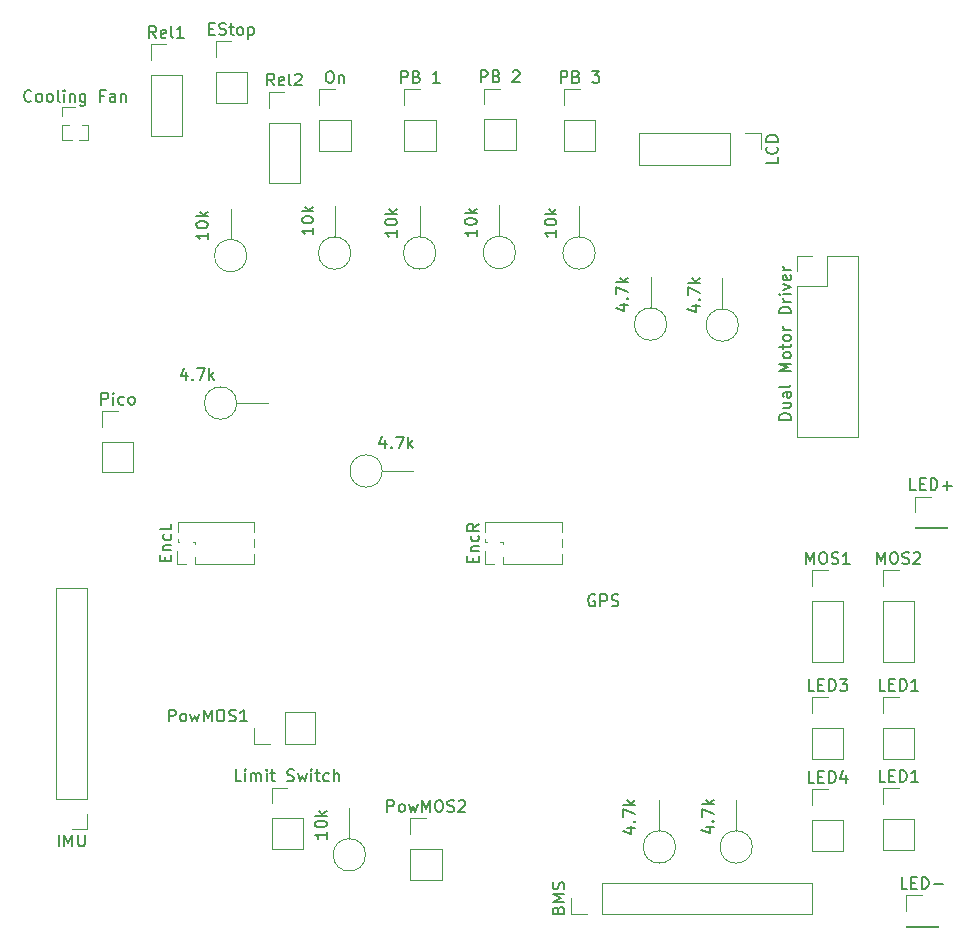
<source format=gbr>
%TF.GenerationSoftware,KiCad,Pcbnew,8.0.8*%
%TF.CreationDate,2025-03-27T16:07:45-04:00*%
%TF.ProjectId,GRIT_main_pcb,47524954-5f6d-4616-996e-5f7063622e6b,rev?*%
%TF.SameCoordinates,Original*%
%TF.FileFunction,Legend,Top*%
%TF.FilePolarity,Positive*%
%FSLAX46Y46*%
G04 Gerber Fmt 4.6, Leading zero omitted, Abs format (unit mm)*
G04 Created by KiCad (PCBNEW 8.0.8) date 2025-03-27 16:07:45*
%MOMM*%
%LPD*%
G01*
G04 APERTURE LIST*
%ADD10C,0.150000*%
%ADD11C,0.120000*%
G04 APERTURE END LIST*
D10*
X34142856Y-19099819D02*
X33809523Y-18623628D01*
X33571428Y-19099819D02*
X33571428Y-18099819D01*
X33571428Y-18099819D02*
X33952380Y-18099819D01*
X33952380Y-18099819D02*
X34047618Y-18147438D01*
X34047618Y-18147438D02*
X34095237Y-18195057D01*
X34095237Y-18195057D02*
X34142856Y-18290295D01*
X34142856Y-18290295D02*
X34142856Y-18433152D01*
X34142856Y-18433152D02*
X34095237Y-18528390D01*
X34095237Y-18528390D02*
X34047618Y-18576009D01*
X34047618Y-18576009D02*
X33952380Y-18623628D01*
X33952380Y-18623628D02*
X33571428Y-18623628D01*
X34952380Y-19052200D02*
X34857142Y-19099819D01*
X34857142Y-19099819D02*
X34666666Y-19099819D01*
X34666666Y-19099819D02*
X34571428Y-19052200D01*
X34571428Y-19052200D02*
X34523809Y-18956961D01*
X34523809Y-18956961D02*
X34523809Y-18576009D01*
X34523809Y-18576009D02*
X34571428Y-18480771D01*
X34571428Y-18480771D02*
X34666666Y-18433152D01*
X34666666Y-18433152D02*
X34857142Y-18433152D01*
X34857142Y-18433152D02*
X34952380Y-18480771D01*
X34952380Y-18480771D02*
X34999999Y-18576009D01*
X34999999Y-18576009D02*
X34999999Y-18671247D01*
X34999999Y-18671247D02*
X34523809Y-18766485D01*
X35571428Y-19099819D02*
X35476190Y-19052200D01*
X35476190Y-19052200D02*
X35428571Y-18956961D01*
X35428571Y-18956961D02*
X35428571Y-18099819D01*
X35904762Y-18195057D02*
X35952381Y-18147438D01*
X35952381Y-18147438D02*
X36047619Y-18099819D01*
X36047619Y-18099819D02*
X36285714Y-18099819D01*
X36285714Y-18099819D02*
X36380952Y-18147438D01*
X36380952Y-18147438D02*
X36428571Y-18195057D01*
X36428571Y-18195057D02*
X36476190Y-18290295D01*
X36476190Y-18290295D02*
X36476190Y-18385533D01*
X36476190Y-18385533D02*
X36428571Y-18528390D01*
X36428571Y-18528390D02*
X35857143Y-19099819D01*
X35857143Y-19099819D02*
X36476190Y-19099819D01*
X24142856Y-15084819D02*
X23809523Y-14608628D01*
X23571428Y-15084819D02*
X23571428Y-14084819D01*
X23571428Y-14084819D02*
X23952380Y-14084819D01*
X23952380Y-14084819D02*
X24047618Y-14132438D01*
X24047618Y-14132438D02*
X24095237Y-14180057D01*
X24095237Y-14180057D02*
X24142856Y-14275295D01*
X24142856Y-14275295D02*
X24142856Y-14418152D01*
X24142856Y-14418152D02*
X24095237Y-14513390D01*
X24095237Y-14513390D02*
X24047618Y-14561009D01*
X24047618Y-14561009D02*
X23952380Y-14608628D01*
X23952380Y-14608628D02*
X23571428Y-14608628D01*
X24952380Y-15037200D02*
X24857142Y-15084819D01*
X24857142Y-15084819D02*
X24666666Y-15084819D01*
X24666666Y-15084819D02*
X24571428Y-15037200D01*
X24571428Y-15037200D02*
X24523809Y-14941961D01*
X24523809Y-14941961D02*
X24523809Y-14561009D01*
X24523809Y-14561009D02*
X24571428Y-14465771D01*
X24571428Y-14465771D02*
X24666666Y-14418152D01*
X24666666Y-14418152D02*
X24857142Y-14418152D01*
X24857142Y-14418152D02*
X24952380Y-14465771D01*
X24952380Y-14465771D02*
X24999999Y-14561009D01*
X24999999Y-14561009D02*
X24999999Y-14656247D01*
X24999999Y-14656247D02*
X24523809Y-14751485D01*
X25571428Y-15084819D02*
X25476190Y-15037200D01*
X25476190Y-15037200D02*
X25428571Y-14941961D01*
X25428571Y-14941961D02*
X25428571Y-14084819D01*
X26476190Y-15084819D02*
X25904762Y-15084819D01*
X26190476Y-15084819D02*
X26190476Y-14084819D01*
X26190476Y-14084819D02*
X26095238Y-14227676D01*
X26095238Y-14227676D02*
X26000000Y-14322914D01*
X26000000Y-14322914D02*
X25904762Y-14370533D01*
X51284819Y-31305238D02*
X51284819Y-31876666D01*
X51284819Y-31590952D02*
X50284819Y-31590952D01*
X50284819Y-31590952D02*
X50427676Y-31686190D01*
X50427676Y-31686190D02*
X50522914Y-31781428D01*
X50522914Y-31781428D02*
X50570533Y-31876666D01*
X50284819Y-30686190D02*
X50284819Y-30590952D01*
X50284819Y-30590952D02*
X50332438Y-30495714D01*
X50332438Y-30495714D02*
X50380057Y-30448095D01*
X50380057Y-30448095D02*
X50475295Y-30400476D01*
X50475295Y-30400476D02*
X50665771Y-30352857D01*
X50665771Y-30352857D02*
X50903866Y-30352857D01*
X50903866Y-30352857D02*
X51094342Y-30400476D01*
X51094342Y-30400476D02*
X51189580Y-30448095D01*
X51189580Y-30448095D02*
X51237200Y-30495714D01*
X51237200Y-30495714D02*
X51284819Y-30590952D01*
X51284819Y-30590952D02*
X51284819Y-30686190D01*
X51284819Y-30686190D02*
X51237200Y-30781428D01*
X51237200Y-30781428D02*
X51189580Y-30829047D01*
X51189580Y-30829047D02*
X51094342Y-30876666D01*
X51094342Y-30876666D02*
X50903866Y-30924285D01*
X50903866Y-30924285D02*
X50665771Y-30924285D01*
X50665771Y-30924285D02*
X50475295Y-30876666D01*
X50475295Y-30876666D02*
X50380057Y-30829047D01*
X50380057Y-30829047D02*
X50332438Y-30781428D01*
X50332438Y-30781428D02*
X50284819Y-30686190D01*
X51284819Y-29924285D02*
X50284819Y-29924285D01*
X50903866Y-29829047D02*
X51284819Y-29543333D01*
X50618152Y-29543333D02*
X50999104Y-29924285D01*
X38752381Y-17889819D02*
X38942857Y-17889819D01*
X38942857Y-17889819D02*
X39038095Y-17937438D01*
X39038095Y-17937438D02*
X39133333Y-18032676D01*
X39133333Y-18032676D02*
X39180952Y-18223152D01*
X39180952Y-18223152D02*
X39180952Y-18556485D01*
X39180952Y-18556485D02*
X39133333Y-18746961D01*
X39133333Y-18746961D02*
X39038095Y-18842200D01*
X39038095Y-18842200D02*
X38942857Y-18889819D01*
X38942857Y-18889819D02*
X38752381Y-18889819D01*
X38752381Y-18889819D02*
X38657143Y-18842200D01*
X38657143Y-18842200D02*
X38561905Y-18746961D01*
X38561905Y-18746961D02*
X38514286Y-18556485D01*
X38514286Y-18556485D02*
X38514286Y-18223152D01*
X38514286Y-18223152D02*
X38561905Y-18032676D01*
X38561905Y-18032676D02*
X38657143Y-17937438D01*
X38657143Y-17937438D02*
X38752381Y-17889819D01*
X39609524Y-18223152D02*
X39609524Y-18889819D01*
X39609524Y-18318390D02*
X39657143Y-18270771D01*
X39657143Y-18270771D02*
X39752381Y-18223152D01*
X39752381Y-18223152D02*
X39895238Y-18223152D01*
X39895238Y-18223152D02*
X39990476Y-18270771D01*
X39990476Y-18270771D02*
X40038095Y-18366009D01*
X40038095Y-18366009D02*
X40038095Y-18889819D01*
X38584819Y-82305238D02*
X38584819Y-82876666D01*
X38584819Y-82590952D02*
X37584819Y-82590952D01*
X37584819Y-82590952D02*
X37727676Y-82686190D01*
X37727676Y-82686190D02*
X37822914Y-82781428D01*
X37822914Y-82781428D02*
X37870533Y-82876666D01*
X37584819Y-81686190D02*
X37584819Y-81590952D01*
X37584819Y-81590952D02*
X37632438Y-81495714D01*
X37632438Y-81495714D02*
X37680057Y-81448095D01*
X37680057Y-81448095D02*
X37775295Y-81400476D01*
X37775295Y-81400476D02*
X37965771Y-81352857D01*
X37965771Y-81352857D02*
X38203866Y-81352857D01*
X38203866Y-81352857D02*
X38394342Y-81400476D01*
X38394342Y-81400476D02*
X38489580Y-81448095D01*
X38489580Y-81448095D02*
X38537200Y-81495714D01*
X38537200Y-81495714D02*
X38584819Y-81590952D01*
X38584819Y-81590952D02*
X38584819Y-81686190D01*
X38584819Y-81686190D02*
X38537200Y-81781428D01*
X38537200Y-81781428D02*
X38489580Y-81829047D01*
X38489580Y-81829047D02*
X38394342Y-81876666D01*
X38394342Y-81876666D02*
X38203866Y-81924285D01*
X38203866Y-81924285D02*
X37965771Y-81924285D01*
X37965771Y-81924285D02*
X37775295Y-81876666D01*
X37775295Y-81876666D02*
X37680057Y-81829047D01*
X37680057Y-81829047D02*
X37632438Y-81781428D01*
X37632438Y-81781428D02*
X37584819Y-81686190D01*
X38584819Y-80924285D02*
X37584819Y-80924285D01*
X38203866Y-80829047D02*
X38584819Y-80543333D01*
X37918152Y-80543333D02*
X38299104Y-80924285D01*
X37454819Y-31150238D02*
X37454819Y-31721666D01*
X37454819Y-31435952D02*
X36454819Y-31435952D01*
X36454819Y-31435952D02*
X36597676Y-31531190D01*
X36597676Y-31531190D02*
X36692914Y-31626428D01*
X36692914Y-31626428D02*
X36740533Y-31721666D01*
X36454819Y-30531190D02*
X36454819Y-30435952D01*
X36454819Y-30435952D02*
X36502438Y-30340714D01*
X36502438Y-30340714D02*
X36550057Y-30293095D01*
X36550057Y-30293095D02*
X36645295Y-30245476D01*
X36645295Y-30245476D02*
X36835771Y-30197857D01*
X36835771Y-30197857D02*
X37073866Y-30197857D01*
X37073866Y-30197857D02*
X37264342Y-30245476D01*
X37264342Y-30245476D02*
X37359580Y-30293095D01*
X37359580Y-30293095D02*
X37407200Y-30340714D01*
X37407200Y-30340714D02*
X37454819Y-30435952D01*
X37454819Y-30435952D02*
X37454819Y-30531190D01*
X37454819Y-30531190D02*
X37407200Y-30626428D01*
X37407200Y-30626428D02*
X37359580Y-30674047D01*
X37359580Y-30674047D02*
X37264342Y-30721666D01*
X37264342Y-30721666D02*
X37073866Y-30769285D01*
X37073866Y-30769285D02*
X36835771Y-30769285D01*
X36835771Y-30769285D02*
X36645295Y-30721666D01*
X36645295Y-30721666D02*
X36550057Y-30674047D01*
X36550057Y-30674047D02*
X36502438Y-30626428D01*
X36502438Y-30626428D02*
X36454819Y-30531190D01*
X37454819Y-29769285D02*
X36454819Y-29769285D01*
X37073866Y-29674047D02*
X37454819Y-29388333D01*
X36788152Y-29388333D02*
X37169104Y-29769285D01*
X58034819Y-31345238D02*
X58034819Y-31916666D01*
X58034819Y-31630952D02*
X57034819Y-31630952D01*
X57034819Y-31630952D02*
X57177676Y-31726190D01*
X57177676Y-31726190D02*
X57272914Y-31821428D01*
X57272914Y-31821428D02*
X57320533Y-31916666D01*
X57034819Y-30726190D02*
X57034819Y-30630952D01*
X57034819Y-30630952D02*
X57082438Y-30535714D01*
X57082438Y-30535714D02*
X57130057Y-30488095D01*
X57130057Y-30488095D02*
X57225295Y-30440476D01*
X57225295Y-30440476D02*
X57415771Y-30392857D01*
X57415771Y-30392857D02*
X57653866Y-30392857D01*
X57653866Y-30392857D02*
X57844342Y-30440476D01*
X57844342Y-30440476D02*
X57939580Y-30488095D01*
X57939580Y-30488095D02*
X57987200Y-30535714D01*
X57987200Y-30535714D02*
X58034819Y-30630952D01*
X58034819Y-30630952D02*
X58034819Y-30726190D01*
X58034819Y-30726190D02*
X57987200Y-30821428D01*
X57987200Y-30821428D02*
X57939580Y-30869047D01*
X57939580Y-30869047D02*
X57844342Y-30916666D01*
X57844342Y-30916666D02*
X57653866Y-30964285D01*
X57653866Y-30964285D02*
X57415771Y-30964285D01*
X57415771Y-30964285D02*
X57225295Y-30916666D01*
X57225295Y-30916666D02*
X57130057Y-30869047D01*
X57130057Y-30869047D02*
X57082438Y-30821428D01*
X57082438Y-30821428D02*
X57034819Y-30726190D01*
X58034819Y-29964285D02*
X57034819Y-29964285D01*
X57653866Y-29869047D02*
X58034819Y-29583333D01*
X57368152Y-29583333D02*
X57749104Y-29964285D01*
X64038152Y-81968571D02*
X64704819Y-81968571D01*
X63657200Y-82206666D02*
X64371485Y-82444761D01*
X64371485Y-82444761D02*
X64371485Y-81825714D01*
X64609580Y-81444761D02*
X64657200Y-81397142D01*
X64657200Y-81397142D02*
X64704819Y-81444761D01*
X64704819Y-81444761D02*
X64657200Y-81492380D01*
X64657200Y-81492380D02*
X64609580Y-81444761D01*
X64609580Y-81444761D02*
X64704819Y-81444761D01*
X63704819Y-81063809D02*
X63704819Y-80397143D01*
X63704819Y-80397143D02*
X64704819Y-80825714D01*
X64704819Y-80016190D02*
X63704819Y-80016190D01*
X64323866Y-79920952D02*
X64704819Y-79635238D01*
X64038152Y-79635238D02*
X64419104Y-80016190D01*
X79880952Y-70374819D02*
X79404762Y-70374819D01*
X79404762Y-70374819D02*
X79404762Y-69374819D01*
X80214286Y-69851009D02*
X80547619Y-69851009D01*
X80690476Y-70374819D02*
X80214286Y-70374819D01*
X80214286Y-70374819D02*
X80214286Y-69374819D01*
X80214286Y-69374819D02*
X80690476Y-69374819D01*
X81119048Y-70374819D02*
X81119048Y-69374819D01*
X81119048Y-69374819D02*
X81357143Y-69374819D01*
X81357143Y-69374819D02*
X81500000Y-69422438D01*
X81500000Y-69422438D02*
X81595238Y-69517676D01*
X81595238Y-69517676D02*
X81642857Y-69612914D01*
X81642857Y-69612914D02*
X81690476Y-69803390D01*
X81690476Y-69803390D02*
X81690476Y-69946247D01*
X81690476Y-69946247D02*
X81642857Y-70136723D01*
X81642857Y-70136723D02*
X81595238Y-70231961D01*
X81595238Y-70231961D02*
X81500000Y-70327200D01*
X81500000Y-70327200D02*
X81357143Y-70374819D01*
X81357143Y-70374819D02*
X81119048Y-70374819D01*
X82023810Y-69374819D02*
X82642857Y-69374819D01*
X82642857Y-69374819D02*
X82309524Y-69755771D01*
X82309524Y-69755771D02*
X82452381Y-69755771D01*
X82452381Y-69755771D02*
X82547619Y-69803390D01*
X82547619Y-69803390D02*
X82595238Y-69851009D01*
X82595238Y-69851009D02*
X82642857Y-69946247D01*
X82642857Y-69946247D02*
X82642857Y-70184342D01*
X82642857Y-70184342D02*
X82595238Y-70279580D01*
X82595238Y-70279580D02*
X82547619Y-70327200D01*
X82547619Y-70327200D02*
X82452381Y-70374819D01*
X82452381Y-70374819D02*
X82166667Y-70374819D01*
X82166667Y-70374819D02*
X82071429Y-70327200D01*
X82071429Y-70327200D02*
X82023810Y-70279580D01*
X24906009Y-59364999D02*
X24906009Y-59031666D01*
X25429819Y-58888809D02*
X25429819Y-59364999D01*
X25429819Y-59364999D02*
X24429819Y-59364999D01*
X24429819Y-59364999D02*
X24429819Y-58888809D01*
X24763152Y-58460237D02*
X25429819Y-58460237D01*
X24858390Y-58460237D02*
X24810771Y-58412618D01*
X24810771Y-58412618D02*
X24763152Y-58317380D01*
X24763152Y-58317380D02*
X24763152Y-58174523D01*
X24763152Y-58174523D02*
X24810771Y-58079285D01*
X24810771Y-58079285D02*
X24906009Y-58031666D01*
X24906009Y-58031666D02*
X25429819Y-58031666D01*
X25382200Y-57126904D02*
X25429819Y-57222142D01*
X25429819Y-57222142D02*
X25429819Y-57412618D01*
X25429819Y-57412618D02*
X25382200Y-57507856D01*
X25382200Y-57507856D02*
X25334580Y-57555475D01*
X25334580Y-57555475D02*
X25239342Y-57603094D01*
X25239342Y-57603094D02*
X24953628Y-57603094D01*
X24953628Y-57603094D02*
X24858390Y-57555475D01*
X24858390Y-57555475D02*
X24810771Y-57507856D01*
X24810771Y-57507856D02*
X24763152Y-57412618D01*
X24763152Y-57412618D02*
X24763152Y-57222142D01*
X24763152Y-57222142D02*
X24810771Y-57126904D01*
X25429819Y-56222142D02*
X25429819Y-56698332D01*
X25429819Y-56698332D02*
X24429819Y-56698332D01*
X79880952Y-78149819D02*
X79404762Y-78149819D01*
X79404762Y-78149819D02*
X79404762Y-77149819D01*
X80214286Y-77626009D02*
X80547619Y-77626009D01*
X80690476Y-78149819D02*
X80214286Y-78149819D01*
X80214286Y-78149819D02*
X80214286Y-77149819D01*
X80214286Y-77149819D02*
X80690476Y-77149819D01*
X81119048Y-78149819D02*
X81119048Y-77149819D01*
X81119048Y-77149819D02*
X81357143Y-77149819D01*
X81357143Y-77149819D02*
X81500000Y-77197438D01*
X81500000Y-77197438D02*
X81595238Y-77292676D01*
X81595238Y-77292676D02*
X81642857Y-77387914D01*
X81642857Y-77387914D02*
X81690476Y-77578390D01*
X81690476Y-77578390D02*
X81690476Y-77721247D01*
X81690476Y-77721247D02*
X81642857Y-77911723D01*
X81642857Y-77911723D02*
X81595238Y-78006961D01*
X81595238Y-78006961D02*
X81500000Y-78102200D01*
X81500000Y-78102200D02*
X81357143Y-78149819D01*
X81357143Y-78149819D02*
X81119048Y-78149819D01*
X82547619Y-77483152D02*
X82547619Y-78149819D01*
X82309524Y-77102200D02*
X82071429Y-77816485D01*
X82071429Y-77816485D02*
X82690476Y-77816485D01*
X43531428Y-49168152D02*
X43531428Y-49834819D01*
X43293333Y-48787200D02*
X43055238Y-49501485D01*
X43055238Y-49501485D02*
X43674285Y-49501485D01*
X44055238Y-49739580D02*
X44102857Y-49787200D01*
X44102857Y-49787200D02*
X44055238Y-49834819D01*
X44055238Y-49834819D02*
X44007619Y-49787200D01*
X44007619Y-49787200D02*
X44055238Y-49739580D01*
X44055238Y-49739580D02*
X44055238Y-49834819D01*
X44436190Y-48834819D02*
X45102856Y-48834819D01*
X45102856Y-48834819D02*
X44674285Y-49834819D01*
X45483809Y-49834819D02*
X45483809Y-48834819D01*
X45579047Y-49453866D02*
X45864761Y-49834819D01*
X45864761Y-49168152D02*
X45483809Y-49549104D01*
X44534819Y-31345238D02*
X44534819Y-31916666D01*
X44534819Y-31630952D02*
X43534819Y-31630952D01*
X43534819Y-31630952D02*
X43677676Y-31726190D01*
X43677676Y-31726190D02*
X43772914Y-31821428D01*
X43772914Y-31821428D02*
X43820533Y-31916666D01*
X43534819Y-30726190D02*
X43534819Y-30630952D01*
X43534819Y-30630952D02*
X43582438Y-30535714D01*
X43582438Y-30535714D02*
X43630057Y-30488095D01*
X43630057Y-30488095D02*
X43725295Y-30440476D01*
X43725295Y-30440476D02*
X43915771Y-30392857D01*
X43915771Y-30392857D02*
X44153866Y-30392857D01*
X44153866Y-30392857D02*
X44344342Y-30440476D01*
X44344342Y-30440476D02*
X44439580Y-30488095D01*
X44439580Y-30488095D02*
X44487200Y-30535714D01*
X44487200Y-30535714D02*
X44534819Y-30630952D01*
X44534819Y-30630952D02*
X44534819Y-30726190D01*
X44534819Y-30726190D02*
X44487200Y-30821428D01*
X44487200Y-30821428D02*
X44439580Y-30869047D01*
X44439580Y-30869047D02*
X44344342Y-30916666D01*
X44344342Y-30916666D02*
X44153866Y-30964285D01*
X44153866Y-30964285D02*
X43915771Y-30964285D01*
X43915771Y-30964285D02*
X43725295Y-30916666D01*
X43725295Y-30916666D02*
X43630057Y-30869047D01*
X43630057Y-30869047D02*
X43582438Y-30821428D01*
X43582438Y-30821428D02*
X43534819Y-30726190D01*
X44534819Y-29964285D02*
X43534819Y-29964285D01*
X44153866Y-29869047D02*
X44534819Y-29583333D01*
X43868152Y-29583333D02*
X44249104Y-29964285D01*
X43714286Y-80624819D02*
X43714286Y-79624819D01*
X43714286Y-79624819D02*
X44095238Y-79624819D01*
X44095238Y-79624819D02*
X44190476Y-79672438D01*
X44190476Y-79672438D02*
X44238095Y-79720057D01*
X44238095Y-79720057D02*
X44285714Y-79815295D01*
X44285714Y-79815295D02*
X44285714Y-79958152D01*
X44285714Y-79958152D02*
X44238095Y-80053390D01*
X44238095Y-80053390D02*
X44190476Y-80101009D01*
X44190476Y-80101009D02*
X44095238Y-80148628D01*
X44095238Y-80148628D02*
X43714286Y-80148628D01*
X44857143Y-80624819D02*
X44761905Y-80577200D01*
X44761905Y-80577200D02*
X44714286Y-80529580D01*
X44714286Y-80529580D02*
X44666667Y-80434342D01*
X44666667Y-80434342D02*
X44666667Y-80148628D01*
X44666667Y-80148628D02*
X44714286Y-80053390D01*
X44714286Y-80053390D02*
X44761905Y-80005771D01*
X44761905Y-80005771D02*
X44857143Y-79958152D01*
X44857143Y-79958152D02*
X45000000Y-79958152D01*
X45000000Y-79958152D02*
X45095238Y-80005771D01*
X45095238Y-80005771D02*
X45142857Y-80053390D01*
X45142857Y-80053390D02*
X45190476Y-80148628D01*
X45190476Y-80148628D02*
X45190476Y-80434342D01*
X45190476Y-80434342D02*
X45142857Y-80529580D01*
X45142857Y-80529580D02*
X45095238Y-80577200D01*
X45095238Y-80577200D02*
X45000000Y-80624819D01*
X45000000Y-80624819D02*
X44857143Y-80624819D01*
X45523810Y-79958152D02*
X45714286Y-80624819D01*
X45714286Y-80624819D02*
X45904762Y-80148628D01*
X45904762Y-80148628D02*
X46095238Y-80624819D01*
X46095238Y-80624819D02*
X46285714Y-79958152D01*
X46666667Y-80624819D02*
X46666667Y-79624819D01*
X46666667Y-79624819D02*
X47000000Y-80339104D01*
X47000000Y-80339104D02*
X47333333Y-79624819D01*
X47333333Y-79624819D02*
X47333333Y-80624819D01*
X48000000Y-79624819D02*
X48190476Y-79624819D01*
X48190476Y-79624819D02*
X48285714Y-79672438D01*
X48285714Y-79672438D02*
X48380952Y-79767676D01*
X48380952Y-79767676D02*
X48428571Y-79958152D01*
X48428571Y-79958152D02*
X48428571Y-80291485D01*
X48428571Y-80291485D02*
X48380952Y-80481961D01*
X48380952Y-80481961D02*
X48285714Y-80577200D01*
X48285714Y-80577200D02*
X48190476Y-80624819D01*
X48190476Y-80624819D02*
X48000000Y-80624819D01*
X48000000Y-80624819D02*
X47904762Y-80577200D01*
X47904762Y-80577200D02*
X47809524Y-80481961D01*
X47809524Y-80481961D02*
X47761905Y-80291485D01*
X47761905Y-80291485D02*
X47761905Y-79958152D01*
X47761905Y-79958152D02*
X47809524Y-79767676D01*
X47809524Y-79767676D02*
X47904762Y-79672438D01*
X47904762Y-79672438D02*
X48000000Y-79624819D01*
X48809524Y-80577200D02*
X48952381Y-80624819D01*
X48952381Y-80624819D02*
X49190476Y-80624819D01*
X49190476Y-80624819D02*
X49285714Y-80577200D01*
X49285714Y-80577200D02*
X49333333Y-80529580D01*
X49333333Y-80529580D02*
X49380952Y-80434342D01*
X49380952Y-80434342D02*
X49380952Y-80339104D01*
X49380952Y-80339104D02*
X49333333Y-80243866D01*
X49333333Y-80243866D02*
X49285714Y-80196247D01*
X49285714Y-80196247D02*
X49190476Y-80148628D01*
X49190476Y-80148628D02*
X49000000Y-80101009D01*
X49000000Y-80101009D02*
X48904762Y-80053390D01*
X48904762Y-80053390D02*
X48857143Y-80005771D01*
X48857143Y-80005771D02*
X48809524Y-79910533D01*
X48809524Y-79910533D02*
X48809524Y-79815295D01*
X48809524Y-79815295D02*
X48857143Y-79720057D01*
X48857143Y-79720057D02*
X48904762Y-79672438D01*
X48904762Y-79672438D02*
X49000000Y-79624819D01*
X49000000Y-79624819D02*
X49238095Y-79624819D01*
X49238095Y-79624819D02*
X49380952Y-79672438D01*
X49761905Y-79720057D02*
X49809524Y-79672438D01*
X49809524Y-79672438D02*
X49904762Y-79624819D01*
X49904762Y-79624819D02*
X50142857Y-79624819D01*
X50142857Y-79624819D02*
X50238095Y-79672438D01*
X50238095Y-79672438D02*
X50285714Y-79720057D01*
X50285714Y-79720057D02*
X50333333Y-79815295D01*
X50333333Y-79815295D02*
X50333333Y-79910533D01*
X50333333Y-79910533D02*
X50285714Y-80053390D01*
X50285714Y-80053390D02*
X49714286Y-80624819D01*
X49714286Y-80624819D02*
X50333333Y-80624819D01*
X77899819Y-47413572D02*
X76899819Y-47413572D01*
X76899819Y-47413572D02*
X76899819Y-47175477D01*
X76899819Y-47175477D02*
X76947438Y-47032620D01*
X76947438Y-47032620D02*
X77042676Y-46937382D01*
X77042676Y-46937382D02*
X77137914Y-46889763D01*
X77137914Y-46889763D02*
X77328390Y-46842144D01*
X77328390Y-46842144D02*
X77471247Y-46842144D01*
X77471247Y-46842144D02*
X77661723Y-46889763D01*
X77661723Y-46889763D02*
X77756961Y-46937382D01*
X77756961Y-46937382D02*
X77852200Y-47032620D01*
X77852200Y-47032620D02*
X77899819Y-47175477D01*
X77899819Y-47175477D02*
X77899819Y-47413572D01*
X77233152Y-45985001D02*
X77899819Y-45985001D01*
X77233152Y-46413572D02*
X77756961Y-46413572D01*
X77756961Y-46413572D02*
X77852200Y-46365953D01*
X77852200Y-46365953D02*
X77899819Y-46270715D01*
X77899819Y-46270715D02*
X77899819Y-46127858D01*
X77899819Y-46127858D02*
X77852200Y-46032620D01*
X77852200Y-46032620D02*
X77804580Y-45985001D01*
X77899819Y-45080239D02*
X77376009Y-45080239D01*
X77376009Y-45080239D02*
X77280771Y-45127858D01*
X77280771Y-45127858D02*
X77233152Y-45223096D01*
X77233152Y-45223096D02*
X77233152Y-45413572D01*
X77233152Y-45413572D02*
X77280771Y-45508810D01*
X77852200Y-45080239D02*
X77899819Y-45175477D01*
X77899819Y-45175477D02*
X77899819Y-45413572D01*
X77899819Y-45413572D02*
X77852200Y-45508810D01*
X77852200Y-45508810D02*
X77756961Y-45556429D01*
X77756961Y-45556429D02*
X77661723Y-45556429D01*
X77661723Y-45556429D02*
X77566485Y-45508810D01*
X77566485Y-45508810D02*
X77518866Y-45413572D01*
X77518866Y-45413572D02*
X77518866Y-45175477D01*
X77518866Y-45175477D02*
X77471247Y-45080239D01*
X77899819Y-44461191D02*
X77852200Y-44556429D01*
X77852200Y-44556429D02*
X77756961Y-44604048D01*
X77756961Y-44604048D02*
X76899819Y-44604048D01*
X77899819Y-43318333D02*
X76899819Y-43318333D01*
X76899819Y-43318333D02*
X77614104Y-42985000D01*
X77614104Y-42985000D02*
X76899819Y-42651667D01*
X76899819Y-42651667D02*
X77899819Y-42651667D01*
X77899819Y-42032619D02*
X77852200Y-42127857D01*
X77852200Y-42127857D02*
X77804580Y-42175476D01*
X77804580Y-42175476D02*
X77709342Y-42223095D01*
X77709342Y-42223095D02*
X77423628Y-42223095D01*
X77423628Y-42223095D02*
X77328390Y-42175476D01*
X77328390Y-42175476D02*
X77280771Y-42127857D01*
X77280771Y-42127857D02*
X77233152Y-42032619D01*
X77233152Y-42032619D02*
X77233152Y-41889762D01*
X77233152Y-41889762D02*
X77280771Y-41794524D01*
X77280771Y-41794524D02*
X77328390Y-41746905D01*
X77328390Y-41746905D02*
X77423628Y-41699286D01*
X77423628Y-41699286D02*
X77709342Y-41699286D01*
X77709342Y-41699286D02*
X77804580Y-41746905D01*
X77804580Y-41746905D02*
X77852200Y-41794524D01*
X77852200Y-41794524D02*
X77899819Y-41889762D01*
X77899819Y-41889762D02*
X77899819Y-42032619D01*
X77233152Y-41413571D02*
X77233152Y-41032619D01*
X76899819Y-41270714D02*
X77756961Y-41270714D01*
X77756961Y-41270714D02*
X77852200Y-41223095D01*
X77852200Y-41223095D02*
X77899819Y-41127857D01*
X77899819Y-41127857D02*
X77899819Y-41032619D01*
X77899819Y-40556428D02*
X77852200Y-40651666D01*
X77852200Y-40651666D02*
X77804580Y-40699285D01*
X77804580Y-40699285D02*
X77709342Y-40746904D01*
X77709342Y-40746904D02*
X77423628Y-40746904D01*
X77423628Y-40746904D02*
X77328390Y-40699285D01*
X77328390Y-40699285D02*
X77280771Y-40651666D01*
X77280771Y-40651666D02*
X77233152Y-40556428D01*
X77233152Y-40556428D02*
X77233152Y-40413571D01*
X77233152Y-40413571D02*
X77280771Y-40318333D01*
X77280771Y-40318333D02*
X77328390Y-40270714D01*
X77328390Y-40270714D02*
X77423628Y-40223095D01*
X77423628Y-40223095D02*
X77709342Y-40223095D01*
X77709342Y-40223095D02*
X77804580Y-40270714D01*
X77804580Y-40270714D02*
X77852200Y-40318333D01*
X77852200Y-40318333D02*
X77899819Y-40413571D01*
X77899819Y-40413571D02*
X77899819Y-40556428D01*
X77899819Y-39794523D02*
X77233152Y-39794523D01*
X77423628Y-39794523D02*
X77328390Y-39746904D01*
X77328390Y-39746904D02*
X77280771Y-39699285D01*
X77280771Y-39699285D02*
X77233152Y-39604047D01*
X77233152Y-39604047D02*
X77233152Y-39508809D01*
X77899819Y-38413570D02*
X76899819Y-38413570D01*
X76899819Y-38413570D02*
X76899819Y-38175475D01*
X76899819Y-38175475D02*
X76947438Y-38032618D01*
X76947438Y-38032618D02*
X77042676Y-37937380D01*
X77042676Y-37937380D02*
X77137914Y-37889761D01*
X77137914Y-37889761D02*
X77328390Y-37842142D01*
X77328390Y-37842142D02*
X77471247Y-37842142D01*
X77471247Y-37842142D02*
X77661723Y-37889761D01*
X77661723Y-37889761D02*
X77756961Y-37937380D01*
X77756961Y-37937380D02*
X77852200Y-38032618D01*
X77852200Y-38032618D02*
X77899819Y-38175475D01*
X77899819Y-38175475D02*
X77899819Y-38413570D01*
X77899819Y-37413570D02*
X77233152Y-37413570D01*
X77423628Y-37413570D02*
X77328390Y-37365951D01*
X77328390Y-37365951D02*
X77280771Y-37318332D01*
X77280771Y-37318332D02*
X77233152Y-37223094D01*
X77233152Y-37223094D02*
X77233152Y-37127856D01*
X77899819Y-36794522D02*
X77233152Y-36794522D01*
X76899819Y-36794522D02*
X76947438Y-36842141D01*
X76947438Y-36842141D02*
X76995057Y-36794522D01*
X76995057Y-36794522D02*
X76947438Y-36746903D01*
X76947438Y-36746903D02*
X76899819Y-36794522D01*
X76899819Y-36794522D02*
X76995057Y-36794522D01*
X77233152Y-36413570D02*
X77899819Y-36175475D01*
X77899819Y-36175475D02*
X77233152Y-35937380D01*
X77852200Y-35175475D02*
X77899819Y-35270713D01*
X77899819Y-35270713D02*
X77899819Y-35461189D01*
X77899819Y-35461189D02*
X77852200Y-35556427D01*
X77852200Y-35556427D02*
X77756961Y-35604046D01*
X77756961Y-35604046D02*
X77376009Y-35604046D01*
X77376009Y-35604046D02*
X77280771Y-35556427D01*
X77280771Y-35556427D02*
X77233152Y-35461189D01*
X77233152Y-35461189D02*
X77233152Y-35270713D01*
X77233152Y-35270713D02*
X77280771Y-35175475D01*
X77280771Y-35175475D02*
X77376009Y-35127856D01*
X77376009Y-35127856D02*
X77471247Y-35127856D01*
X77471247Y-35127856D02*
X77566485Y-35604046D01*
X77899819Y-34699284D02*
X77233152Y-34699284D01*
X77423628Y-34699284D02*
X77328390Y-34651665D01*
X77328390Y-34651665D02*
X77280771Y-34604046D01*
X77280771Y-34604046D02*
X77233152Y-34508808D01*
X77233152Y-34508808D02*
X77233152Y-34413570D01*
X44880952Y-18874819D02*
X44880952Y-17874819D01*
X44880952Y-17874819D02*
X45261904Y-17874819D01*
X45261904Y-17874819D02*
X45357142Y-17922438D01*
X45357142Y-17922438D02*
X45404761Y-17970057D01*
X45404761Y-17970057D02*
X45452380Y-18065295D01*
X45452380Y-18065295D02*
X45452380Y-18208152D01*
X45452380Y-18208152D02*
X45404761Y-18303390D01*
X45404761Y-18303390D02*
X45357142Y-18351009D01*
X45357142Y-18351009D02*
X45261904Y-18398628D01*
X45261904Y-18398628D02*
X44880952Y-18398628D01*
X46214285Y-18351009D02*
X46357142Y-18398628D01*
X46357142Y-18398628D02*
X46404761Y-18446247D01*
X46404761Y-18446247D02*
X46452380Y-18541485D01*
X46452380Y-18541485D02*
X46452380Y-18684342D01*
X46452380Y-18684342D02*
X46404761Y-18779580D01*
X46404761Y-18779580D02*
X46357142Y-18827200D01*
X46357142Y-18827200D02*
X46261904Y-18874819D01*
X46261904Y-18874819D02*
X45880952Y-18874819D01*
X45880952Y-18874819D02*
X45880952Y-17874819D01*
X45880952Y-17874819D02*
X46214285Y-17874819D01*
X46214285Y-17874819D02*
X46309523Y-17922438D01*
X46309523Y-17922438D02*
X46357142Y-17970057D01*
X46357142Y-17970057D02*
X46404761Y-18065295D01*
X46404761Y-18065295D02*
X46404761Y-18160533D01*
X46404761Y-18160533D02*
X46357142Y-18255771D01*
X46357142Y-18255771D02*
X46309523Y-18303390D01*
X46309523Y-18303390D02*
X46214285Y-18351009D01*
X46214285Y-18351009D02*
X45880952Y-18351009D01*
X48166666Y-18874819D02*
X47595238Y-18874819D01*
X47880952Y-18874819D02*
X47880952Y-17874819D01*
X47880952Y-17874819D02*
X47785714Y-18017676D01*
X47785714Y-18017676D02*
X47690476Y-18112914D01*
X47690476Y-18112914D02*
X47595238Y-18160533D01*
X15904762Y-83534819D02*
X15904762Y-82534819D01*
X16380952Y-83534819D02*
X16380952Y-82534819D01*
X16380952Y-82534819D02*
X16714285Y-83249104D01*
X16714285Y-83249104D02*
X17047618Y-82534819D01*
X17047618Y-82534819D02*
X17047618Y-83534819D01*
X17523809Y-82534819D02*
X17523809Y-83344342D01*
X17523809Y-83344342D02*
X17571428Y-83439580D01*
X17571428Y-83439580D02*
X17619047Y-83487200D01*
X17619047Y-83487200D02*
X17714285Y-83534819D01*
X17714285Y-83534819D02*
X17904761Y-83534819D01*
X17904761Y-83534819D02*
X17999999Y-83487200D01*
X17999999Y-83487200D02*
X18047618Y-83439580D01*
X18047618Y-83439580D02*
X18095237Y-83344342D01*
X18095237Y-83344342D02*
X18095237Y-82534819D01*
X85880952Y-70349819D02*
X85404762Y-70349819D01*
X85404762Y-70349819D02*
X85404762Y-69349819D01*
X86214286Y-69826009D02*
X86547619Y-69826009D01*
X86690476Y-70349819D02*
X86214286Y-70349819D01*
X86214286Y-70349819D02*
X86214286Y-69349819D01*
X86214286Y-69349819D02*
X86690476Y-69349819D01*
X87119048Y-70349819D02*
X87119048Y-69349819D01*
X87119048Y-69349819D02*
X87357143Y-69349819D01*
X87357143Y-69349819D02*
X87500000Y-69397438D01*
X87500000Y-69397438D02*
X87595238Y-69492676D01*
X87595238Y-69492676D02*
X87642857Y-69587914D01*
X87642857Y-69587914D02*
X87690476Y-69778390D01*
X87690476Y-69778390D02*
X87690476Y-69921247D01*
X87690476Y-69921247D02*
X87642857Y-70111723D01*
X87642857Y-70111723D02*
X87595238Y-70206961D01*
X87595238Y-70206961D02*
X87500000Y-70302200D01*
X87500000Y-70302200D02*
X87357143Y-70349819D01*
X87357143Y-70349819D02*
X87119048Y-70349819D01*
X88642857Y-70349819D02*
X88071429Y-70349819D01*
X88357143Y-70349819D02*
X88357143Y-69349819D01*
X88357143Y-69349819D02*
X88261905Y-69492676D01*
X88261905Y-69492676D02*
X88166667Y-69587914D01*
X88166667Y-69587914D02*
X88071429Y-69635533D01*
X70668152Y-81928571D02*
X71334819Y-81928571D01*
X70287200Y-82166666D02*
X71001485Y-82404761D01*
X71001485Y-82404761D02*
X71001485Y-81785714D01*
X71239580Y-81404761D02*
X71287200Y-81357142D01*
X71287200Y-81357142D02*
X71334819Y-81404761D01*
X71334819Y-81404761D02*
X71287200Y-81452380D01*
X71287200Y-81452380D02*
X71239580Y-81404761D01*
X71239580Y-81404761D02*
X71334819Y-81404761D01*
X70334819Y-81023809D02*
X70334819Y-80357143D01*
X70334819Y-80357143D02*
X71334819Y-80785714D01*
X71334819Y-79976190D02*
X70334819Y-79976190D01*
X70953866Y-79880952D02*
X71334819Y-79595238D01*
X70668152Y-79595238D02*
X71049104Y-79976190D01*
X13585713Y-20394580D02*
X13538094Y-20442200D01*
X13538094Y-20442200D02*
X13395237Y-20489819D01*
X13395237Y-20489819D02*
X13299999Y-20489819D01*
X13299999Y-20489819D02*
X13157142Y-20442200D01*
X13157142Y-20442200D02*
X13061904Y-20346961D01*
X13061904Y-20346961D02*
X13014285Y-20251723D01*
X13014285Y-20251723D02*
X12966666Y-20061247D01*
X12966666Y-20061247D02*
X12966666Y-19918390D01*
X12966666Y-19918390D02*
X13014285Y-19727914D01*
X13014285Y-19727914D02*
X13061904Y-19632676D01*
X13061904Y-19632676D02*
X13157142Y-19537438D01*
X13157142Y-19537438D02*
X13299999Y-19489819D01*
X13299999Y-19489819D02*
X13395237Y-19489819D01*
X13395237Y-19489819D02*
X13538094Y-19537438D01*
X13538094Y-19537438D02*
X13585713Y-19585057D01*
X14157142Y-20489819D02*
X14061904Y-20442200D01*
X14061904Y-20442200D02*
X14014285Y-20394580D01*
X14014285Y-20394580D02*
X13966666Y-20299342D01*
X13966666Y-20299342D02*
X13966666Y-20013628D01*
X13966666Y-20013628D02*
X14014285Y-19918390D01*
X14014285Y-19918390D02*
X14061904Y-19870771D01*
X14061904Y-19870771D02*
X14157142Y-19823152D01*
X14157142Y-19823152D02*
X14299999Y-19823152D01*
X14299999Y-19823152D02*
X14395237Y-19870771D01*
X14395237Y-19870771D02*
X14442856Y-19918390D01*
X14442856Y-19918390D02*
X14490475Y-20013628D01*
X14490475Y-20013628D02*
X14490475Y-20299342D01*
X14490475Y-20299342D02*
X14442856Y-20394580D01*
X14442856Y-20394580D02*
X14395237Y-20442200D01*
X14395237Y-20442200D02*
X14299999Y-20489819D01*
X14299999Y-20489819D02*
X14157142Y-20489819D01*
X15061904Y-20489819D02*
X14966666Y-20442200D01*
X14966666Y-20442200D02*
X14919047Y-20394580D01*
X14919047Y-20394580D02*
X14871428Y-20299342D01*
X14871428Y-20299342D02*
X14871428Y-20013628D01*
X14871428Y-20013628D02*
X14919047Y-19918390D01*
X14919047Y-19918390D02*
X14966666Y-19870771D01*
X14966666Y-19870771D02*
X15061904Y-19823152D01*
X15061904Y-19823152D02*
X15204761Y-19823152D01*
X15204761Y-19823152D02*
X15299999Y-19870771D01*
X15299999Y-19870771D02*
X15347618Y-19918390D01*
X15347618Y-19918390D02*
X15395237Y-20013628D01*
X15395237Y-20013628D02*
X15395237Y-20299342D01*
X15395237Y-20299342D02*
X15347618Y-20394580D01*
X15347618Y-20394580D02*
X15299999Y-20442200D01*
X15299999Y-20442200D02*
X15204761Y-20489819D01*
X15204761Y-20489819D02*
X15061904Y-20489819D01*
X15966666Y-20489819D02*
X15871428Y-20442200D01*
X15871428Y-20442200D02*
X15823809Y-20346961D01*
X15823809Y-20346961D02*
X15823809Y-19489819D01*
X16347619Y-20489819D02*
X16347619Y-19823152D01*
X16347619Y-19489819D02*
X16300000Y-19537438D01*
X16300000Y-19537438D02*
X16347619Y-19585057D01*
X16347619Y-19585057D02*
X16395238Y-19537438D01*
X16395238Y-19537438D02*
X16347619Y-19489819D01*
X16347619Y-19489819D02*
X16347619Y-19585057D01*
X16823809Y-19823152D02*
X16823809Y-20489819D01*
X16823809Y-19918390D02*
X16871428Y-19870771D01*
X16871428Y-19870771D02*
X16966666Y-19823152D01*
X16966666Y-19823152D02*
X17109523Y-19823152D01*
X17109523Y-19823152D02*
X17204761Y-19870771D01*
X17204761Y-19870771D02*
X17252380Y-19966009D01*
X17252380Y-19966009D02*
X17252380Y-20489819D01*
X18157142Y-19823152D02*
X18157142Y-20632676D01*
X18157142Y-20632676D02*
X18109523Y-20727914D01*
X18109523Y-20727914D02*
X18061904Y-20775533D01*
X18061904Y-20775533D02*
X17966666Y-20823152D01*
X17966666Y-20823152D02*
X17823809Y-20823152D01*
X17823809Y-20823152D02*
X17728571Y-20775533D01*
X18157142Y-20442200D02*
X18061904Y-20489819D01*
X18061904Y-20489819D02*
X17871428Y-20489819D01*
X17871428Y-20489819D02*
X17776190Y-20442200D01*
X17776190Y-20442200D02*
X17728571Y-20394580D01*
X17728571Y-20394580D02*
X17680952Y-20299342D01*
X17680952Y-20299342D02*
X17680952Y-20013628D01*
X17680952Y-20013628D02*
X17728571Y-19918390D01*
X17728571Y-19918390D02*
X17776190Y-19870771D01*
X17776190Y-19870771D02*
X17871428Y-19823152D01*
X17871428Y-19823152D02*
X18061904Y-19823152D01*
X18061904Y-19823152D02*
X18157142Y-19870771D01*
X19728571Y-19966009D02*
X19395238Y-19966009D01*
X19395238Y-20489819D02*
X19395238Y-19489819D01*
X19395238Y-19489819D02*
X19871428Y-19489819D01*
X20680952Y-20489819D02*
X20680952Y-19966009D01*
X20680952Y-19966009D02*
X20633333Y-19870771D01*
X20633333Y-19870771D02*
X20538095Y-19823152D01*
X20538095Y-19823152D02*
X20347619Y-19823152D01*
X20347619Y-19823152D02*
X20252381Y-19870771D01*
X20680952Y-20442200D02*
X20585714Y-20489819D01*
X20585714Y-20489819D02*
X20347619Y-20489819D01*
X20347619Y-20489819D02*
X20252381Y-20442200D01*
X20252381Y-20442200D02*
X20204762Y-20346961D01*
X20204762Y-20346961D02*
X20204762Y-20251723D01*
X20204762Y-20251723D02*
X20252381Y-20156485D01*
X20252381Y-20156485D02*
X20347619Y-20108866D01*
X20347619Y-20108866D02*
X20585714Y-20108866D01*
X20585714Y-20108866D02*
X20680952Y-20061247D01*
X21157143Y-19823152D02*
X21157143Y-20489819D01*
X21157143Y-19918390D02*
X21204762Y-19870771D01*
X21204762Y-19870771D02*
X21300000Y-19823152D01*
X21300000Y-19823152D02*
X21442857Y-19823152D01*
X21442857Y-19823152D02*
X21538095Y-19870771D01*
X21538095Y-19870771D02*
X21585714Y-19966009D01*
X21585714Y-19966009D02*
X21585714Y-20489819D01*
X69493152Y-37783571D02*
X70159819Y-37783571D01*
X69112200Y-38021666D02*
X69826485Y-38259761D01*
X69826485Y-38259761D02*
X69826485Y-37640714D01*
X70064580Y-37259761D02*
X70112200Y-37212142D01*
X70112200Y-37212142D02*
X70159819Y-37259761D01*
X70159819Y-37259761D02*
X70112200Y-37307380D01*
X70112200Y-37307380D02*
X70064580Y-37259761D01*
X70064580Y-37259761D02*
X70159819Y-37259761D01*
X69159819Y-36878809D02*
X69159819Y-36212143D01*
X69159819Y-36212143D02*
X70159819Y-36640714D01*
X70159819Y-35831190D02*
X69159819Y-35831190D01*
X69778866Y-35735952D02*
X70159819Y-35450238D01*
X69493152Y-35450238D02*
X69874104Y-35831190D01*
X26706428Y-43393152D02*
X26706428Y-44059819D01*
X26468333Y-43012200D02*
X26230238Y-43726485D01*
X26230238Y-43726485D02*
X26849285Y-43726485D01*
X27230238Y-43964580D02*
X27277857Y-44012200D01*
X27277857Y-44012200D02*
X27230238Y-44059819D01*
X27230238Y-44059819D02*
X27182619Y-44012200D01*
X27182619Y-44012200D02*
X27230238Y-43964580D01*
X27230238Y-43964580D02*
X27230238Y-44059819D01*
X27611190Y-43059819D02*
X28277856Y-43059819D01*
X28277856Y-43059819D02*
X27849285Y-44059819D01*
X28658809Y-44059819D02*
X28658809Y-43059819D01*
X28754047Y-43678866D02*
X29039761Y-44059819D01*
X29039761Y-43393152D02*
X28658809Y-43774104D01*
X85880952Y-78074819D02*
X85404762Y-78074819D01*
X85404762Y-78074819D02*
X85404762Y-77074819D01*
X86214286Y-77551009D02*
X86547619Y-77551009D01*
X86690476Y-78074819D02*
X86214286Y-78074819D01*
X86214286Y-78074819D02*
X86214286Y-77074819D01*
X86214286Y-77074819D02*
X86690476Y-77074819D01*
X87119048Y-78074819D02*
X87119048Y-77074819D01*
X87119048Y-77074819D02*
X87357143Y-77074819D01*
X87357143Y-77074819D02*
X87500000Y-77122438D01*
X87500000Y-77122438D02*
X87595238Y-77217676D01*
X87595238Y-77217676D02*
X87642857Y-77312914D01*
X87642857Y-77312914D02*
X87690476Y-77503390D01*
X87690476Y-77503390D02*
X87690476Y-77646247D01*
X87690476Y-77646247D02*
X87642857Y-77836723D01*
X87642857Y-77836723D02*
X87595238Y-77931961D01*
X87595238Y-77931961D02*
X87500000Y-78027200D01*
X87500000Y-78027200D02*
X87357143Y-78074819D01*
X87357143Y-78074819D02*
X87119048Y-78074819D01*
X88642857Y-78074819D02*
X88071429Y-78074819D01*
X88357143Y-78074819D02*
X88357143Y-77074819D01*
X88357143Y-77074819D02*
X88261905Y-77217676D01*
X88261905Y-77217676D02*
X88166667Y-77312914D01*
X88166667Y-77312914D02*
X88071429Y-77360533D01*
X58191009Y-88911190D02*
X58238628Y-88768333D01*
X58238628Y-88768333D02*
X58286247Y-88720714D01*
X58286247Y-88720714D02*
X58381485Y-88673095D01*
X58381485Y-88673095D02*
X58524342Y-88673095D01*
X58524342Y-88673095D02*
X58619580Y-88720714D01*
X58619580Y-88720714D02*
X58667200Y-88768333D01*
X58667200Y-88768333D02*
X58714819Y-88863571D01*
X58714819Y-88863571D02*
X58714819Y-89244523D01*
X58714819Y-89244523D02*
X57714819Y-89244523D01*
X57714819Y-89244523D02*
X57714819Y-88911190D01*
X57714819Y-88911190D02*
X57762438Y-88815952D01*
X57762438Y-88815952D02*
X57810057Y-88768333D01*
X57810057Y-88768333D02*
X57905295Y-88720714D01*
X57905295Y-88720714D02*
X58000533Y-88720714D01*
X58000533Y-88720714D02*
X58095771Y-88768333D01*
X58095771Y-88768333D02*
X58143390Y-88815952D01*
X58143390Y-88815952D02*
X58191009Y-88911190D01*
X58191009Y-88911190D02*
X58191009Y-89244523D01*
X58714819Y-88244523D02*
X57714819Y-88244523D01*
X57714819Y-88244523D02*
X58429104Y-87911190D01*
X58429104Y-87911190D02*
X57714819Y-87577857D01*
X57714819Y-87577857D02*
X58714819Y-87577857D01*
X58667200Y-87149285D02*
X58714819Y-87006428D01*
X58714819Y-87006428D02*
X58714819Y-86768333D01*
X58714819Y-86768333D02*
X58667200Y-86673095D01*
X58667200Y-86673095D02*
X58619580Y-86625476D01*
X58619580Y-86625476D02*
X58524342Y-86577857D01*
X58524342Y-86577857D02*
X58429104Y-86577857D01*
X58429104Y-86577857D02*
X58333866Y-86625476D01*
X58333866Y-86625476D02*
X58286247Y-86673095D01*
X58286247Y-86673095D02*
X58238628Y-86768333D01*
X58238628Y-86768333D02*
X58191009Y-86958809D01*
X58191009Y-86958809D02*
X58143390Y-87054047D01*
X58143390Y-87054047D02*
X58095771Y-87101666D01*
X58095771Y-87101666D02*
X58000533Y-87149285D01*
X58000533Y-87149285D02*
X57905295Y-87149285D01*
X57905295Y-87149285D02*
X57810057Y-87101666D01*
X57810057Y-87101666D02*
X57762438Y-87054047D01*
X57762438Y-87054047D02*
X57714819Y-86958809D01*
X57714819Y-86958809D02*
X57714819Y-86720714D01*
X57714819Y-86720714D02*
X57762438Y-86577857D01*
X58380952Y-18874819D02*
X58380952Y-17874819D01*
X58380952Y-17874819D02*
X58761904Y-17874819D01*
X58761904Y-17874819D02*
X58857142Y-17922438D01*
X58857142Y-17922438D02*
X58904761Y-17970057D01*
X58904761Y-17970057D02*
X58952380Y-18065295D01*
X58952380Y-18065295D02*
X58952380Y-18208152D01*
X58952380Y-18208152D02*
X58904761Y-18303390D01*
X58904761Y-18303390D02*
X58857142Y-18351009D01*
X58857142Y-18351009D02*
X58761904Y-18398628D01*
X58761904Y-18398628D02*
X58380952Y-18398628D01*
X59714285Y-18351009D02*
X59857142Y-18398628D01*
X59857142Y-18398628D02*
X59904761Y-18446247D01*
X59904761Y-18446247D02*
X59952380Y-18541485D01*
X59952380Y-18541485D02*
X59952380Y-18684342D01*
X59952380Y-18684342D02*
X59904761Y-18779580D01*
X59904761Y-18779580D02*
X59857142Y-18827200D01*
X59857142Y-18827200D02*
X59761904Y-18874819D01*
X59761904Y-18874819D02*
X59380952Y-18874819D01*
X59380952Y-18874819D02*
X59380952Y-17874819D01*
X59380952Y-17874819D02*
X59714285Y-17874819D01*
X59714285Y-17874819D02*
X59809523Y-17922438D01*
X59809523Y-17922438D02*
X59857142Y-17970057D01*
X59857142Y-17970057D02*
X59904761Y-18065295D01*
X59904761Y-18065295D02*
X59904761Y-18160533D01*
X59904761Y-18160533D02*
X59857142Y-18255771D01*
X59857142Y-18255771D02*
X59809523Y-18303390D01*
X59809523Y-18303390D02*
X59714285Y-18351009D01*
X59714285Y-18351009D02*
X59380952Y-18351009D01*
X61047619Y-17874819D02*
X61666666Y-17874819D01*
X61666666Y-17874819D02*
X61333333Y-18255771D01*
X61333333Y-18255771D02*
X61476190Y-18255771D01*
X61476190Y-18255771D02*
X61571428Y-18303390D01*
X61571428Y-18303390D02*
X61619047Y-18351009D01*
X61619047Y-18351009D02*
X61666666Y-18446247D01*
X61666666Y-18446247D02*
X61666666Y-18684342D01*
X61666666Y-18684342D02*
X61619047Y-18779580D01*
X61619047Y-18779580D02*
X61571428Y-18827200D01*
X61571428Y-18827200D02*
X61476190Y-18874819D01*
X61476190Y-18874819D02*
X61190476Y-18874819D01*
X61190476Y-18874819D02*
X61095238Y-18827200D01*
X61095238Y-18827200D02*
X61047619Y-18779580D01*
X63418152Y-37703571D02*
X64084819Y-37703571D01*
X63037200Y-37941666D02*
X63751485Y-38179761D01*
X63751485Y-38179761D02*
X63751485Y-37560714D01*
X63989580Y-37179761D02*
X64037200Y-37132142D01*
X64037200Y-37132142D02*
X64084819Y-37179761D01*
X64084819Y-37179761D02*
X64037200Y-37227380D01*
X64037200Y-37227380D02*
X63989580Y-37179761D01*
X63989580Y-37179761D02*
X64084819Y-37179761D01*
X63084819Y-36798809D02*
X63084819Y-36132143D01*
X63084819Y-36132143D02*
X64084819Y-36560714D01*
X64084819Y-35751190D02*
X63084819Y-35751190D01*
X63703866Y-35655952D02*
X64084819Y-35370238D01*
X63418152Y-35370238D02*
X63799104Y-35751190D01*
X76784819Y-25190476D02*
X76784819Y-25666666D01*
X76784819Y-25666666D02*
X75784819Y-25666666D01*
X76689580Y-24285714D02*
X76737200Y-24333333D01*
X76737200Y-24333333D02*
X76784819Y-24476190D01*
X76784819Y-24476190D02*
X76784819Y-24571428D01*
X76784819Y-24571428D02*
X76737200Y-24714285D01*
X76737200Y-24714285D02*
X76641961Y-24809523D01*
X76641961Y-24809523D02*
X76546723Y-24857142D01*
X76546723Y-24857142D02*
X76356247Y-24904761D01*
X76356247Y-24904761D02*
X76213390Y-24904761D01*
X76213390Y-24904761D02*
X76022914Y-24857142D01*
X76022914Y-24857142D02*
X75927676Y-24809523D01*
X75927676Y-24809523D02*
X75832438Y-24714285D01*
X75832438Y-24714285D02*
X75784819Y-24571428D01*
X75784819Y-24571428D02*
X75784819Y-24476190D01*
X75784819Y-24476190D02*
X75832438Y-24333333D01*
X75832438Y-24333333D02*
X75880057Y-24285714D01*
X76784819Y-23857142D02*
X75784819Y-23857142D01*
X75784819Y-23857142D02*
X75784819Y-23619047D01*
X75784819Y-23619047D02*
X75832438Y-23476190D01*
X75832438Y-23476190D02*
X75927676Y-23380952D01*
X75927676Y-23380952D02*
X76022914Y-23333333D01*
X76022914Y-23333333D02*
X76213390Y-23285714D01*
X76213390Y-23285714D02*
X76356247Y-23285714D01*
X76356247Y-23285714D02*
X76546723Y-23333333D01*
X76546723Y-23333333D02*
X76641961Y-23380952D01*
X76641961Y-23380952D02*
X76737200Y-23476190D01*
X76737200Y-23476190D02*
X76784819Y-23619047D01*
X76784819Y-23619047D02*
X76784819Y-23857142D01*
X79190476Y-59624819D02*
X79190476Y-58624819D01*
X79190476Y-58624819D02*
X79523809Y-59339104D01*
X79523809Y-59339104D02*
X79857142Y-58624819D01*
X79857142Y-58624819D02*
X79857142Y-59624819D01*
X80523809Y-58624819D02*
X80714285Y-58624819D01*
X80714285Y-58624819D02*
X80809523Y-58672438D01*
X80809523Y-58672438D02*
X80904761Y-58767676D01*
X80904761Y-58767676D02*
X80952380Y-58958152D01*
X80952380Y-58958152D02*
X80952380Y-59291485D01*
X80952380Y-59291485D02*
X80904761Y-59481961D01*
X80904761Y-59481961D02*
X80809523Y-59577200D01*
X80809523Y-59577200D02*
X80714285Y-59624819D01*
X80714285Y-59624819D02*
X80523809Y-59624819D01*
X80523809Y-59624819D02*
X80428571Y-59577200D01*
X80428571Y-59577200D02*
X80333333Y-59481961D01*
X80333333Y-59481961D02*
X80285714Y-59291485D01*
X80285714Y-59291485D02*
X80285714Y-58958152D01*
X80285714Y-58958152D02*
X80333333Y-58767676D01*
X80333333Y-58767676D02*
X80428571Y-58672438D01*
X80428571Y-58672438D02*
X80523809Y-58624819D01*
X81333333Y-59577200D02*
X81476190Y-59624819D01*
X81476190Y-59624819D02*
X81714285Y-59624819D01*
X81714285Y-59624819D02*
X81809523Y-59577200D01*
X81809523Y-59577200D02*
X81857142Y-59529580D01*
X81857142Y-59529580D02*
X81904761Y-59434342D01*
X81904761Y-59434342D02*
X81904761Y-59339104D01*
X81904761Y-59339104D02*
X81857142Y-59243866D01*
X81857142Y-59243866D02*
X81809523Y-59196247D01*
X81809523Y-59196247D02*
X81714285Y-59148628D01*
X81714285Y-59148628D02*
X81523809Y-59101009D01*
X81523809Y-59101009D02*
X81428571Y-59053390D01*
X81428571Y-59053390D02*
X81380952Y-59005771D01*
X81380952Y-59005771D02*
X81333333Y-58910533D01*
X81333333Y-58910533D02*
X81333333Y-58815295D01*
X81333333Y-58815295D02*
X81380952Y-58720057D01*
X81380952Y-58720057D02*
X81428571Y-58672438D01*
X81428571Y-58672438D02*
X81523809Y-58624819D01*
X81523809Y-58624819D02*
X81761904Y-58624819D01*
X81761904Y-58624819D02*
X81904761Y-58672438D01*
X82857142Y-59624819D02*
X82285714Y-59624819D01*
X82571428Y-59624819D02*
X82571428Y-58624819D01*
X82571428Y-58624819D02*
X82476190Y-58767676D01*
X82476190Y-58767676D02*
X82380952Y-58862914D01*
X82380952Y-58862914D02*
X82285714Y-58910533D01*
X88488095Y-53374819D02*
X88011905Y-53374819D01*
X88011905Y-53374819D02*
X88011905Y-52374819D01*
X88821429Y-52851009D02*
X89154762Y-52851009D01*
X89297619Y-53374819D02*
X88821429Y-53374819D01*
X88821429Y-53374819D02*
X88821429Y-52374819D01*
X88821429Y-52374819D02*
X89297619Y-52374819D01*
X89726191Y-53374819D02*
X89726191Y-52374819D01*
X89726191Y-52374819D02*
X89964286Y-52374819D01*
X89964286Y-52374819D02*
X90107143Y-52422438D01*
X90107143Y-52422438D02*
X90202381Y-52517676D01*
X90202381Y-52517676D02*
X90250000Y-52612914D01*
X90250000Y-52612914D02*
X90297619Y-52803390D01*
X90297619Y-52803390D02*
X90297619Y-52946247D01*
X90297619Y-52946247D02*
X90250000Y-53136723D01*
X90250000Y-53136723D02*
X90202381Y-53231961D01*
X90202381Y-53231961D02*
X90107143Y-53327200D01*
X90107143Y-53327200D02*
X89964286Y-53374819D01*
X89964286Y-53374819D02*
X89726191Y-53374819D01*
X90726191Y-52993866D02*
X91488096Y-52993866D01*
X91107143Y-53374819D02*
X91107143Y-52612914D01*
X31345238Y-78019819D02*
X30869048Y-78019819D01*
X30869048Y-78019819D02*
X30869048Y-77019819D01*
X31678572Y-78019819D02*
X31678572Y-77353152D01*
X31678572Y-77019819D02*
X31630953Y-77067438D01*
X31630953Y-77067438D02*
X31678572Y-77115057D01*
X31678572Y-77115057D02*
X31726191Y-77067438D01*
X31726191Y-77067438D02*
X31678572Y-77019819D01*
X31678572Y-77019819D02*
X31678572Y-77115057D01*
X32154762Y-78019819D02*
X32154762Y-77353152D01*
X32154762Y-77448390D02*
X32202381Y-77400771D01*
X32202381Y-77400771D02*
X32297619Y-77353152D01*
X32297619Y-77353152D02*
X32440476Y-77353152D01*
X32440476Y-77353152D02*
X32535714Y-77400771D01*
X32535714Y-77400771D02*
X32583333Y-77496009D01*
X32583333Y-77496009D02*
X32583333Y-78019819D01*
X32583333Y-77496009D02*
X32630952Y-77400771D01*
X32630952Y-77400771D02*
X32726190Y-77353152D01*
X32726190Y-77353152D02*
X32869047Y-77353152D01*
X32869047Y-77353152D02*
X32964286Y-77400771D01*
X32964286Y-77400771D02*
X33011905Y-77496009D01*
X33011905Y-77496009D02*
X33011905Y-78019819D01*
X33488095Y-78019819D02*
X33488095Y-77353152D01*
X33488095Y-77019819D02*
X33440476Y-77067438D01*
X33440476Y-77067438D02*
X33488095Y-77115057D01*
X33488095Y-77115057D02*
X33535714Y-77067438D01*
X33535714Y-77067438D02*
X33488095Y-77019819D01*
X33488095Y-77019819D02*
X33488095Y-77115057D01*
X33821428Y-77353152D02*
X34202380Y-77353152D01*
X33964285Y-77019819D02*
X33964285Y-77876961D01*
X33964285Y-77876961D02*
X34011904Y-77972200D01*
X34011904Y-77972200D02*
X34107142Y-78019819D01*
X34107142Y-78019819D02*
X34202380Y-78019819D01*
X35250000Y-77972200D02*
X35392857Y-78019819D01*
X35392857Y-78019819D02*
X35630952Y-78019819D01*
X35630952Y-78019819D02*
X35726190Y-77972200D01*
X35726190Y-77972200D02*
X35773809Y-77924580D01*
X35773809Y-77924580D02*
X35821428Y-77829342D01*
X35821428Y-77829342D02*
X35821428Y-77734104D01*
X35821428Y-77734104D02*
X35773809Y-77638866D01*
X35773809Y-77638866D02*
X35726190Y-77591247D01*
X35726190Y-77591247D02*
X35630952Y-77543628D01*
X35630952Y-77543628D02*
X35440476Y-77496009D01*
X35440476Y-77496009D02*
X35345238Y-77448390D01*
X35345238Y-77448390D02*
X35297619Y-77400771D01*
X35297619Y-77400771D02*
X35250000Y-77305533D01*
X35250000Y-77305533D02*
X35250000Y-77210295D01*
X35250000Y-77210295D02*
X35297619Y-77115057D01*
X35297619Y-77115057D02*
X35345238Y-77067438D01*
X35345238Y-77067438D02*
X35440476Y-77019819D01*
X35440476Y-77019819D02*
X35678571Y-77019819D01*
X35678571Y-77019819D02*
X35821428Y-77067438D01*
X36154762Y-77353152D02*
X36345238Y-78019819D01*
X36345238Y-78019819D02*
X36535714Y-77543628D01*
X36535714Y-77543628D02*
X36726190Y-78019819D01*
X36726190Y-78019819D02*
X36916666Y-77353152D01*
X37297619Y-78019819D02*
X37297619Y-77353152D01*
X37297619Y-77019819D02*
X37250000Y-77067438D01*
X37250000Y-77067438D02*
X37297619Y-77115057D01*
X37297619Y-77115057D02*
X37345238Y-77067438D01*
X37345238Y-77067438D02*
X37297619Y-77019819D01*
X37297619Y-77019819D02*
X37297619Y-77115057D01*
X37630952Y-77353152D02*
X38011904Y-77353152D01*
X37773809Y-77019819D02*
X37773809Y-77876961D01*
X37773809Y-77876961D02*
X37821428Y-77972200D01*
X37821428Y-77972200D02*
X37916666Y-78019819D01*
X37916666Y-78019819D02*
X38011904Y-78019819D01*
X38773809Y-77972200D02*
X38678571Y-78019819D01*
X38678571Y-78019819D02*
X38488095Y-78019819D01*
X38488095Y-78019819D02*
X38392857Y-77972200D01*
X38392857Y-77972200D02*
X38345238Y-77924580D01*
X38345238Y-77924580D02*
X38297619Y-77829342D01*
X38297619Y-77829342D02*
X38297619Y-77543628D01*
X38297619Y-77543628D02*
X38345238Y-77448390D01*
X38345238Y-77448390D02*
X38392857Y-77400771D01*
X38392857Y-77400771D02*
X38488095Y-77353152D01*
X38488095Y-77353152D02*
X38678571Y-77353152D01*
X38678571Y-77353152D02*
X38773809Y-77400771D01*
X39202381Y-78019819D02*
X39202381Y-77019819D01*
X39630952Y-78019819D02*
X39630952Y-77496009D01*
X39630952Y-77496009D02*
X39583333Y-77400771D01*
X39583333Y-77400771D02*
X39488095Y-77353152D01*
X39488095Y-77353152D02*
X39345238Y-77353152D01*
X39345238Y-77353152D02*
X39250000Y-77400771D01*
X39250000Y-77400771D02*
X39202381Y-77448390D01*
X19514048Y-46124819D02*
X19514048Y-45124819D01*
X19514048Y-45124819D02*
X19895000Y-45124819D01*
X19895000Y-45124819D02*
X19990238Y-45172438D01*
X19990238Y-45172438D02*
X20037857Y-45220057D01*
X20037857Y-45220057D02*
X20085476Y-45315295D01*
X20085476Y-45315295D02*
X20085476Y-45458152D01*
X20085476Y-45458152D02*
X20037857Y-45553390D01*
X20037857Y-45553390D02*
X19990238Y-45601009D01*
X19990238Y-45601009D02*
X19895000Y-45648628D01*
X19895000Y-45648628D02*
X19514048Y-45648628D01*
X20514048Y-46124819D02*
X20514048Y-45458152D01*
X20514048Y-45124819D02*
X20466429Y-45172438D01*
X20466429Y-45172438D02*
X20514048Y-45220057D01*
X20514048Y-45220057D02*
X20561667Y-45172438D01*
X20561667Y-45172438D02*
X20514048Y-45124819D01*
X20514048Y-45124819D02*
X20514048Y-45220057D01*
X21418809Y-46077200D02*
X21323571Y-46124819D01*
X21323571Y-46124819D02*
X21133095Y-46124819D01*
X21133095Y-46124819D02*
X21037857Y-46077200D01*
X21037857Y-46077200D02*
X20990238Y-46029580D01*
X20990238Y-46029580D02*
X20942619Y-45934342D01*
X20942619Y-45934342D02*
X20942619Y-45648628D01*
X20942619Y-45648628D02*
X20990238Y-45553390D01*
X20990238Y-45553390D02*
X21037857Y-45505771D01*
X21037857Y-45505771D02*
X21133095Y-45458152D01*
X21133095Y-45458152D02*
X21323571Y-45458152D01*
X21323571Y-45458152D02*
X21418809Y-45505771D01*
X21990238Y-46124819D02*
X21895000Y-46077200D01*
X21895000Y-46077200D02*
X21847381Y-46029580D01*
X21847381Y-46029580D02*
X21799762Y-45934342D01*
X21799762Y-45934342D02*
X21799762Y-45648628D01*
X21799762Y-45648628D02*
X21847381Y-45553390D01*
X21847381Y-45553390D02*
X21895000Y-45505771D01*
X21895000Y-45505771D02*
X21990238Y-45458152D01*
X21990238Y-45458152D02*
X22133095Y-45458152D01*
X22133095Y-45458152D02*
X22228333Y-45505771D01*
X22228333Y-45505771D02*
X22275952Y-45553390D01*
X22275952Y-45553390D02*
X22323571Y-45648628D01*
X22323571Y-45648628D02*
X22323571Y-45934342D01*
X22323571Y-45934342D02*
X22275952Y-46029580D01*
X22275952Y-46029580D02*
X22228333Y-46077200D01*
X22228333Y-46077200D02*
X22133095Y-46124819D01*
X22133095Y-46124819D02*
X21990238Y-46124819D01*
X51630952Y-18834819D02*
X51630952Y-17834819D01*
X51630952Y-17834819D02*
X52011904Y-17834819D01*
X52011904Y-17834819D02*
X52107142Y-17882438D01*
X52107142Y-17882438D02*
X52154761Y-17930057D01*
X52154761Y-17930057D02*
X52202380Y-18025295D01*
X52202380Y-18025295D02*
X52202380Y-18168152D01*
X52202380Y-18168152D02*
X52154761Y-18263390D01*
X52154761Y-18263390D02*
X52107142Y-18311009D01*
X52107142Y-18311009D02*
X52011904Y-18358628D01*
X52011904Y-18358628D02*
X51630952Y-18358628D01*
X52964285Y-18311009D02*
X53107142Y-18358628D01*
X53107142Y-18358628D02*
X53154761Y-18406247D01*
X53154761Y-18406247D02*
X53202380Y-18501485D01*
X53202380Y-18501485D02*
X53202380Y-18644342D01*
X53202380Y-18644342D02*
X53154761Y-18739580D01*
X53154761Y-18739580D02*
X53107142Y-18787200D01*
X53107142Y-18787200D02*
X53011904Y-18834819D01*
X53011904Y-18834819D02*
X52630952Y-18834819D01*
X52630952Y-18834819D02*
X52630952Y-17834819D01*
X52630952Y-17834819D02*
X52964285Y-17834819D01*
X52964285Y-17834819D02*
X53059523Y-17882438D01*
X53059523Y-17882438D02*
X53107142Y-17930057D01*
X53107142Y-17930057D02*
X53154761Y-18025295D01*
X53154761Y-18025295D02*
X53154761Y-18120533D01*
X53154761Y-18120533D02*
X53107142Y-18215771D01*
X53107142Y-18215771D02*
X53059523Y-18263390D01*
X53059523Y-18263390D02*
X52964285Y-18311009D01*
X52964285Y-18311009D02*
X52630952Y-18311009D01*
X54345238Y-17930057D02*
X54392857Y-17882438D01*
X54392857Y-17882438D02*
X54488095Y-17834819D01*
X54488095Y-17834819D02*
X54726190Y-17834819D01*
X54726190Y-17834819D02*
X54821428Y-17882438D01*
X54821428Y-17882438D02*
X54869047Y-17930057D01*
X54869047Y-17930057D02*
X54916666Y-18025295D01*
X54916666Y-18025295D02*
X54916666Y-18120533D01*
X54916666Y-18120533D02*
X54869047Y-18263390D01*
X54869047Y-18263390D02*
X54297619Y-18834819D01*
X54297619Y-18834819D02*
X54916666Y-18834819D01*
X25214286Y-72954819D02*
X25214286Y-71954819D01*
X25214286Y-71954819D02*
X25595238Y-71954819D01*
X25595238Y-71954819D02*
X25690476Y-72002438D01*
X25690476Y-72002438D02*
X25738095Y-72050057D01*
X25738095Y-72050057D02*
X25785714Y-72145295D01*
X25785714Y-72145295D02*
X25785714Y-72288152D01*
X25785714Y-72288152D02*
X25738095Y-72383390D01*
X25738095Y-72383390D02*
X25690476Y-72431009D01*
X25690476Y-72431009D02*
X25595238Y-72478628D01*
X25595238Y-72478628D02*
X25214286Y-72478628D01*
X26357143Y-72954819D02*
X26261905Y-72907200D01*
X26261905Y-72907200D02*
X26214286Y-72859580D01*
X26214286Y-72859580D02*
X26166667Y-72764342D01*
X26166667Y-72764342D02*
X26166667Y-72478628D01*
X26166667Y-72478628D02*
X26214286Y-72383390D01*
X26214286Y-72383390D02*
X26261905Y-72335771D01*
X26261905Y-72335771D02*
X26357143Y-72288152D01*
X26357143Y-72288152D02*
X26500000Y-72288152D01*
X26500000Y-72288152D02*
X26595238Y-72335771D01*
X26595238Y-72335771D02*
X26642857Y-72383390D01*
X26642857Y-72383390D02*
X26690476Y-72478628D01*
X26690476Y-72478628D02*
X26690476Y-72764342D01*
X26690476Y-72764342D02*
X26642857Y-72859580D01*
X26642857Y-72859580D02*
X26595238Y-72907200D01*
X26595238Y-72907200D02*
X26500000Y-72954819D01*
X26500000Y-72954819D02*
X26357143Y-72954819D01*
X27023810Y-72288152D02*
X27214286Y-72954819D01*
X27214286Y-72954819D02*
X27404762Y-72478628D01*
X27404762Y-72478628D02*
X27595238Y-72954819D01*
X27595238Y-72954819D02*
X27785714Y-72288152D01*
X28166667Y-72954819D02*
X28166667Y-71954819D01*
X28166667Y-71954819D02*
X28500000Y-72669104D01*
X28500000Y-72669104D02*
X28833333Y-71954819D01*
X28833333Y-71954819D02*
X28833333Y-72954819D01*
X29500000Y-71954819D02*
X29690476Y-71954819D01*
X29690476Y-71954819D02*
X29785714Y-72002438D01*
X29785714Y-72002438D02*
X29880952Y-72097676D01*
X29880952Y-72097676D02*
X29928571Y-72288152D01*
X29928571Y-72288152D02*
X29928571Y-72621485D01*
X29928571Y-72621485D02*
X29880952Y-72811961D01*
X29880952Y-72811961D02*
X29785714Y-72907200D01*
X29785714Y-72907200D02*
X29690476Y-72954819D01*
X29690476Y-72954819D02*
X29500000Y-72954819D01*
X29500000Y-72954819D02*
X29404762Y-72907200D01*
X29404762Y-72907200D02*
X29309524Y-72811961D01*
X29309524Y-72811961D02*
X29261905Y-72621485D01*
X29261905Y-72621485D02*
X29261905Y-72288152D01*
X29261905Y-72288152D02*
X29309524Y-72097676D01*
X29309524Y-72097676D02*
X29404762Y-72002438D01*
X29404762Y-72002438D02*
X29500000Y-71954819D01*
X30309524Y-72907200D02*
X30452381Y-72954819D01*
X30452381Y-72954819D02*
X30690476Y-72954819D01*
X30690476Y-72954819D02*
X30785714Y-72907200D01*
X30785714Y-72907200D02*
X30833333Y-72859580D01*
X30833333Y-72859580D02*
X30880952Y-72764342D01*
X30880952Y-72764342D02*
X30880952Y-72669104D01*
X30880952Y-72669104D02*
X30833333Y-72573866D01*
X30833333Y-72573866D02*
X30785714Y-72526247D01*
X30785714Y-72526247D02*
X30690476Y-72478628D01*
X30690476Y-72478628D02*
X30500000Y-72431009D01*
X30500000Y-72431009D02*
X30404762Y-72383390D01*
X30404762Y-72383390D02*
X30357143Y-72335771D01*
X30357143Y-72335771D02*
X30309524Y-72240533D01*
X30309524Y-72240533D02*
X30309524Y-72145295D01*
X30309524Y-72145295D02*
X30357143Y-72050057D01*
X30357143Y-72050057D02*
X30404762Y-72002438D01*
X30404762Y-72002438D02*
X30500000Y-71954819D01*
X30500000Y-71954819D02*
X30738095Y-71954819D01*
X30738095Y-71954819D02*
X30880952Y-72002438D01*
X31833333Y-72954819D02*
X31261905Y-72954819D01*
X31547619Y-72954819D02*
X31547619Y-71954819D01*
X31547619Y-71954819D02*
X31452381Y-72097676D01*
X31452381Y-72097676D02*
X31357143Y-72192914D01*
X31357143Y-72192914D02*
X31261905Y-72240533D01*
X28534819Y-31570238D02*
X28534819Y-32141666D01*
X28534819Y-31855952D02*
X27534819Y-31855952D01*
X27534819Y-31855952D02*
X27677676Y-31951190D01*
X27677676Y-31951190D02*
X27772914Y-32046428D01*
X27772914Y-32046428D02*
X27820533Y-32141666D01*
X27534819Y-30951190D02*
X27534819Y-30855952D01*
X27534819Y-30855952D02*
X27582438Y-30760714D01*
X27582438Y-30760714D02*
X27630057Y-30713095D01*
X27630057Y-30713095D02*
X27725295Y-30665476D01*
X27725295Y-30665476D02*
X27915771Y-30617857D01*
X27915771Y-30617857D02*
X28153866Y-30617857D01*
X28153866Y-30617857D02*
X28344342Y-30665476D01*
X28344342Y-30665476D02*
X28439580Y-30713095D01*
X28439580Y-30713095D02*
X28487200Y-30760714D01*
X28487200Y-30760714D02*
X28534819Y-30855952D01*
X28534819Y-30855952D02*
X28534819Y-30951190D01*
X28534819Y-30951190D02*
X28487200Y-31046428D01*
X28487200Y-31046428D02*
X28439580Y-31094047D01*
X28439580Y-31094047D02*
X28344342Y-31141666D01*
X28344342Y-31141666D02*
X28153866Y-31189285D01*
X28153866Y-31189285D02*
X27915771Y-31189285D01*
X27915771Y-31189285D02*
X27725295Y-31141666D01*
X27725295Y-31141666D02*
X27630057Y-31094047D01*
X27630057Y-31094047D02*
X27582438Y-31046428D01*
X27582438Y-31046428D02*
X27534819Y-30951190D01*
X28534819Y-30189285D02*
X27534819Y-30189285D01*
X28153866Y-30094047D02*
X28534819Y-29808333D01*
X27868152Y-29808333D02*
X28249104Y-30189285D01*
X85190476Y-59624819D02*
X85190476Y-58624819D01*
X85190476Y-58624819D02*
X85523809Y-59339104D01*
X85523809Y-59339104D02*
X85857142Y-58624819D01*
X85857142Y-58624819D02*
X85857142Y-59624819D01*
X86523809Y-58624819D02*
X86714285Y-58624819D01*
X86714285Y-58624819D02*
X86809523Y-58672438D01*
X86809523Y-58672438D02*
X86904761Y-58767676D01*
X86904761Y-58767676D02*
X86952380Y-58958152D01*
X86952380Y-58958152D02*
X86952380Y-59291485D01*
X86952380Y-59291485D02*
X86904761Y-59481961D01*
X86904761Y-59481961D02*
X86809523Y-59577200D01*
X86809523Y-59577200D02*
X86714285Y-59624819D01*
X86714285Y-59624819D02*
X86523809Y-59624819D01*
X86523809Y-59624819D02*
X86428571Y-59577200D01*
X86428571Y-59577200D02*
X86333333Y-59481961D01*
X86333333Y-59481961D02*
X86285714Y-59291485D01*
X86285714Y-59291485D02*
X86285714Y-58958152D01*
X86285714Y-58958152D02*
X86333333Y-58767676D01*
X86333333Y-58767676D02*
X86428571Y-58672438D01*
X86428571Y-58672438D02*
X86523809Y-58624819D01*
X87333333Y-59577200D02*
X87476190Y-59624819D01*
X87476190Y-59624819D02*
X87714285Y-59624819D01*
X87714285Y-59624819D02*
X87809523Y-59577200D01*
X87809523Y-59577200D02*
X87857142Y-59529580D01*
X87857142Y-59529580D02*
X87904761Y-59434342D01*
X87904761Y-59434342D02*
X87904761Y-59339104D01*
X87904761Y-59339104D02*
X87857142Y-59243866D01*
X87857142Y-59243866D02*
X87809523Y-59196247D01*
X87809523Y-59196247D02*
X87714285Y-59148628D01*
X87714285Y-59148628D02*
X87523809Y-59101009D01*
X87523809Y-59101009D02*
X87428571Y-59053390D01*
X87428571Y-59053390D02*
X87380952Y-59005771D01*
X87380952Y-59005771D02*
X87333333Y-58910533D01*
X87333333Y-58910533D02*
X87333333Y-58815295D01*
X87333333Y-58815295D02*
X87380952Y-58720057D01*
X87380952Y-58720057D02*
X87428571Y-58672438D01*
X87428571Y-58672438D02*
X87523809Y-58624819D01*
X87523809Y-58624819D02*
X87761904Y-58624819D01*
X87761904Y-58624819D02*
X87904761Y-58672438D01*
X88285714Y-58720057D02*
X88333333Y-58672438D01*
X88333333Y-58672438D02*
X88428571Y-58624819D01*
X88428571Y-58624819D02*
X88666666Y-58624819D01*
X88666666Y-58624819D02*
X88761904Y-58672438D01*
X88761904Y-58672438D02*
X88809523Y-58720057D01*
X88809523Y-58720057D02*
X88857142Y-58815295D01*
X88857142Y-58815295D02*
X88857142Y-58910533D01*
X88857142Y-58910533D02*
X88809523Y-59053390D01*
X88809523Y-59053390D02*
X88238095Y-59624819D01*
X88238095Y-59624819D02*
X88857142Y-59624819D01*
X87738095Y-87124819D02*
X87261905Y-87124819D01*
X87261905Y-87124819D02*
X87261905Y-86124819D01*
X88071429Y-86601009D02*
X88404762Y-86601009D01*
X88547619Y-87124819D02*
X88071429Y-87124819D01*
X88071429Y-87124819D02*
X88071429Y-86124819D01*
X88071429Y-86124819D02*
X88547619Y-86124819D01*
X88976191Y-87124819D02*
X88976191Y-86124819D01*
X88976191Y-86124819D02*
X89214286Y-86124819D01*
X89214286Y-86124819D02*
X89357143Y-86172438D01*
X89357143Y-86172438D02*
X89452381Y-86267676D01*
X89452381Y-86267676D02*
X89500000Y-86362914D01*
X89500000Y-86362914D02*
X89547619Y-86553390D01*
X89547619Y-86553390D02*
X89547619Y-86696247D01*
X89547619Y-86696247D02*
X89500000Y-86886723D01*
X89500000Y-86886723D02*
X89452381Y-86981961D01*
X89452381Y-86981961D02*
X89357143Y-87077200D01*
X89357143Y-87077200D02*
X89214286Y-87124819D01*
X89214286Y-87124819D02*
X88976191Y-87124819D01*
X89976191Y-86743866D02*
X90738096Y-86743866D01*
X50946009Y-59460237D02*
X50946009Y-59126904D01*
X51469819Y-58984047D02*
X51469819Y-59460237D01*
X51469819Y-59460237D02*
X50469819Y-59460237D01*
X50469819Y-59460237D02*
X50469819Y-58984047D01*
X50803152Y-58555475D02*
X51469819Y-58555475D01*
X50898390Y-58555475D02*
X50850771Y-58507856D01*
X50850771Y-58507856D02*
X50803152Y-58412618D01*
X50803152Y-58412618D02*
X50803152Y-58269761D01*
X50803152Y-58269761D02*
X50850771Y-58174523D01*
X50850771Y-58174523D02*
X50946009Y-58126904D01*
X50946009Y-58126904D02*
X51469819Y-58126904D01*
X51422200Y-57222142D02*
X51469819Y-57317380D01*
X51469819Y-57317380D02*
X51469819Y-57507856D01*
X51469819Y-57507856D02*
X51422200Y-57603094D01*
X51422200Y-57603094D02*
X51374580Y-57650713D01*
X51374580Y-57650713D02*
X51279342Y-57698332D01*
X51279342Y-57698332D02*
X50993628Y-57698332D01*
X50993628Y-57698332D02*
X50898390Y-57650713D01*
X50898390Y-57650713D02*
X50850771Y-57603094D01*
X50850771Y-57603094D02*
X50803152Y-57507856D01*
X50803152Y-57507856D02*
X50803152Y-57317380D01*
X50803152Y-57317380D02*
X50850771Y-57222142D01*
X51469819Y-56222142D02*
X50993628Y-56555475D01*
X51469819Y-56793570D02*
X50469819Y-56793570D01*
X50469819Y-56793570D02*
X50469819Y-56412618D01*
X50469819Y-56412618D02*
X50517438Y-56317380D01*
X50517438Y-56317380D02*
X50565057Y-56269761D01*
X50565057Y-56269761D02*
X50660295Y-56222142D01*
X50660295Y-56222142D02*
X50803152Y-56222142D01*
X50803152Y-56222142D02*
X50898390Y-56269761D01*
X50898390Y-56269761D02*
X50946009Y-56317380D01*
X50946009Y-56317380D02*
X50993628Y-56412618D01*
X50993628Y-56412618D02*
X50993628Y-56793570D01*
X28619047Y-14301009D02*
X28952380Y-14301009D01*
X29095237Y-14824819D02*
X28619047Y-14824819D01*
X28619047Y-14824819D02*
X28619047Y-13824819D01*
X28619047Y-13824819D02*
X29095237Y-13824819D01*
X29476190Y-14777200D02*
X29619047Y-14824819D01*
X29619047Y-14824819D02*
X29857142Y-14824819D01*
X29857142Y-14824819D02*
X29952380Y-14777200D01*
X29952380Y-14777200D02*
X29999999Y-14729580D01*
X29999999Y-14729580D02*
X30047618Y-14634342D01*
X30047618Y-14634342D02*
X30047618Y-14539104D01*
X30047618Y-14539104D02*
X29999999Y-14443866D01*
X29999999Y-14443866D02*
X29952380Y-14396247D01*
X29952380Y-14396247D02*
X29857142Y-14348628D01*
X29857142Y-14348628D02*
X29666666Y-14301009D01*
X29666666Y-14301009D02*
X29571428Y-14253390D01*
X29571428Y-14253390D02*
X29523809Y-14205771D01*
X29523809Y-14205771D02*
X29476190Y-14110533D01*
X29476190Y-14110533D02*
X29476190Y-14015295D01*
X29476190Y-14015295D02*
X29523809Y-13920057D01*
X29523809Y-13920057D02*
X29571428Y-13872438D01*
X29571428Y-13872438D02*
X29666666Y-13824819D01*
X29666666Y-13824819D02*
X29904761Y-13824819D01*
X29904761Y-13824819D02*
X30047618Y-13872438D01*
X30333333Y-14158152D02*
X30714285Y-14158152D01*
X30476190Y-13824819D02*
X30476190Y-14681961D01*
X30476190Y-14681961D02*
X30523809Y-14777200D01*
X30523809Y-14777200D02*
X30619047Y-14824819D01*
X30619047Y-14824819D02*
X30714285Y-14824819D01*
X31190476Y-14824819D02*
X31095238Y-14777200D01*
X31095238Y-14777200D02*
X31047619Y-14729580D01*
X31047619Y-14729580D02*
X31000000Y-14634342D01*
X31000000Y-14634342D02*
X31000000Y-14348628D01*
X31000000Y-14348628D02*
X31047619Y-14253390D01*
X31047619Y-14253390D02*
X31095238Y-14205771D01*
X31095238Y-14205771D02*
X31190476Y-14158152D01*
X31190476Y-14158152D02*
X31333333Y-14158152D01*
X31333333Y-14158152D02*
X31428571Y-14205771D01*
X31428571Y-14205771D02*
X31476190Y-14253390D01*
X31476190Y-14253390D02*
X31523809Y-14348628D01*
X31523809Y-14348628D02*
X31523809Y-14634342D01*
X31523809Y-14634342D02*
X31476190Y-14729580D01*
X31476190Y-14729580D02*
X31428571Y-14777200D01*
X31428571Y-14777200D02*
X31333333Y-14824819D01*
X31333333Y-14824819D02*
X31190476Y-14824819D01*
X31952381Y-14158152D02*
X31952381Y-15158152D01*
X31952381Y-14205771D02*
X32047619Y-14158152D01*
X32047619Y-14158152D02*
X32238095Y-14158152D01*
X32238095Y-14158152D02*
X32333333Y-14205771D01*
X32333333Y-14205771D02*
X32380952Y-14253390D01*
X32380952Y-14253390D02*
X32428571Y-14348628D01*
X32428571Y-14348628D02*
X32428571Y-14634342D01*
X32428571Y-14634342D02*
X32380952Y-14729580D01*
X32380952Y-14729580D02*
X32333333Y-14777200D01*
X32333333Y-14777200D02*
X32238095Y-14824819D01*
X32238095Y-14824819D02*
X32047619Y-14824819D01*
X32047619Y-14824819D02*
X31952381Y-14777200D01*
X61285714Y-62252438D02*
X61190476Y-62204819D01*
X61190476Y-62204819D02*
X61047619Y-62204819D01*
X61047619Y-62204819D02*
X60904762Y-62252438D01*
X60904762Y-62252438D02*
X60809524Y-62347676D01*
X60809524Y-62347676D02*
X60761905Y-62442914D01*
X60761905Y-62442914D02*
X60714286Y-62633390D01*
X60714286Y-62633390D02*
X60714286Y-62776247D01*
X60714286Y-62776247D02*
X60761905Y-62966723D01*
X60761905Y-62966723D02*
X60809524Y-63061961D01*
X60809524Y-63061961D02*
X60904762Y-63157200D01*
X60904762Y-63157200D02*
X61047619Y-63204819D01*
X61047619Y-63204819D02*
X61142857Y-63204819D01*
X61142857Y-63204819D02*
X61285714Y-63157200D01*
X61285714Y-63157200D02*
X61333333Y-63109580D01*
X61333333Y-63109580D02*
X61333333Y-62776247D01*
X61333333Y-62776247D02*
X61142857Y-62776247D01*
X61761905Y-63204819D02*
X61761905Y-62204819D01*
X61761905Y-62204819D02*
X62142857Y-62204819D01*
X62142857Y-62204819D02*
X62238095Y-62252438D01*
X62238095Y-62252438D02*
X62285714Y-62300057D01*
X62285714Y-62300057D02*
X62333333Y-62395295D01*
X62333333Y-62395295D02*
X62333333Y-62538152D01*
X62333333Y-62538152D02*
X62285714Y-62633390D01*
X62285714Y-62633390D02*
X62238095Y-62681009D01*
X62238095Y-62681009D02*
X62142857Y-62728628D01*
X62142857Y-62728628D02*
X61761905Y-62728628D01*
X62714286Y-63157200D02*
X62857143Y-63204819D01*
X62857143Y-63204819D02*
X63095238Y-63204819D01*
X63095238Y-63204819D02*
X63190476Y-63157200D01*
X63190476Y-63157200D02*
X63238095Y-63109580D01*
X63238095Y-63109580D02*
X63285714Y-63014342D01*
X63285714Y-63014342D02*
X63285714Y-62919104D01*
X63285714Y-62919104D02*
X63238095Y-62823866D01*
X63238095Y-62823866D02*
X63190476Y-62776247D01*
X63190476Y-62776247D02*
X63095238Y-62728628D01*
X63095238Y-62728628D02*
X62904762Y-62681009D01*
X62904762Y-62681009D02*
X62809524Y-62633390D01*
X62809524Y-62633390D02*
X62761905Y-62585771D01*
X62761905Y-62585771D02*
X62714286Y-62490533D01*
X62714286Y-62490533D02*
X62714286Y-62395295D01*
X62714286Y-62395295D02*
X62761905Y-62300057D01*
X62761905Y-62300057D02*
X62809524Y-62252438D01*
X62809524Y-62252438D02*
X62904762Y-62204819D01*
X62904762Y-62204819D02*
X63142857Y-62204819D01*
X63142857Y-62204819D02*
X63285714Y-62252438D01*
D11*
%TO.C,Rel2*%
X33670000Y-19645000D02*
X35000000Y-19645000D01*
X33670000Y-20975000D02*
X33670000Y-19645000D01*
X33670000Y-22245000D02*
X33670000Y-27385000D01*
X33670000Y-22245000D02*
X36330000Y-22245000D01*
X33670000Y-27385000D02*
X36330000Y-27385000D01*
X36330000Y-22245000D02*
X36330000Y-27385000D01*
%TO.C,Rel1*%
X23670000Y-15630000D02*
X25000000Y-15630000D01*
X23670000Y-16960000D02*
X23670000Y-15630000D01*
X23670000Y-18230000D02*
X23670000Y-23370000D01*
X23670000Y-18230000D02*
X26330000Y-18230000D01*
X23670000Y-23370000D02*
X26330000Y-23370000D01*
X26330000Y-18230000D02*
X26330000Y-23370000D01*
%TO.C,10k*%
X53200000Y-31880000D02*
X53200000Y-29270000D01*
X54570000Y-33250000D02*
G75*
G02*
X51830000Y-33250000I-1370000J0D01*
G01*
X51830000Y-33250000D02*
G75*
G02*
X54570000Y-33250000I1370000J0D01*
G01*
%TO.C,On*%
X37970000Y-19435000D02*
X39300000Y-19435000D01*
X37970000Y-20765000D02*
X37970000Y-19435000D01*
X37970000Y-22035000D02*
X37970000Y-24635000D01*
X37970000Y-22035000D02*
X40630000Y-22035000D01*
X37970000Y-24635000D02*
X40630000Y-24635000D01*
X40630000Y-22035000D02*
X40630000Y-24635000D01*
%TO.C,10k*%
X40500000Y-82880000D02*
X40500000Y-80270000D01*
X41870000Y-84250000D02*
G75*
G02*
X39130000Y-84250000I-1370000J0D01*
G01*
X39130000Y-84250000D02*
G75*
G02*
X41870000Y-84250000I1370000J0D01*
G01*
X39250000Y-31935000D02*
X39250000Y-29325000D01*
X40620000Y-33305000D02*
G75*
G02*
X37880000Y-33305000I-1370000J0D01*
G01*
X37880000Y-33305000D02*
G75*
G02*
X40620000Y-33305000I1370000J0D01*
G01*
X59950000Y-31920000D02*
X59950000Y-29310000D01*
X61320000Y-33290000D02*
G75*
G02*
X58580000Y-33290000I-1370000J0D01*
G01*
X58580000Y-33290000D02*
G75*
G02*
X61320000Y-33290000I1370000J0D01*
G01*
%TO.C,4.7k*%
X66750000Y-82210000D02*
X66750000Y-79600000D01*
X68120000Y-83580000D02*
G75*
G02*
X65380000Y-83580000I-1370000J0D01*
G01*
X65380000Y-83580000D02*
G75*
G02*
X68120000Y-83580000I1370000J0D01*
G01*
%TO.C,LED3*%
X79670000Y-70920000D02*
X81000000Y-70920000D01*
X79670000Y-72250000D02*
X79670000Y-70920000D01*
X79670000Y-73520000D02*
X79670000Y-76120000D01*
X79670000Y-73520000D02*
X82330000Y-73520000D01*
X79670000Y-76120000D02*
X82330000Y-76120000D01*
X82330000Y-73520000D02*
X82330000Y-76120000D01*
%TO.C,EncL*%
X25910000Y-59630000D02*
X25910000Y-58500000D01*
X25975000Y-56100000D02*
X32445000Y-56100000D01*
X25975000Y-56922470D02*
X25975000Y-56100000D01*
X25975000Y-57740000D02*
X25975000Y-57537530D01*
X26106529Y-57740000D02*
X25975000Y-57740000D01*
X26670000Y-59630000D02*
X25910000Y-59630000D01*
X27376529Y-57740000D02*
X27233471Y-57740000D01*
X27430000Y-57936529D02*
X27430000Y-57793471D01*
X27430000Y-59630000D02*
X27430000Y-59063471D01*
X27430000Y-59630000D02*
X32445000Y-59630000D01*
X32445000Y-56922470D02*
X32445000Y-56100000D01*
X32445000Y-58192470D02*
X32445000Y-57537530D01*
X32445000Y-59630000D02*
X32445000Y-58807530D01*
%TO.C,LED4*%
X79670000Y-78695000D02*
X81000000Y-78695000D01*
X79670000Y-80025000D02*
X79670000Y-78695000D01*
X79670000Y-81295000D02*
X79670000Y-83895000D01*
X79670000Y-81295000D02*
X82330000Y-81295000D01*
X79670000Y-83895000D02*
X82330000Y-83895000D01*
X82330000Y-81295000D02*
X82330000Y-83895000D01*
%TO.C,4.7k*%
X43290000Y-51750000D02*
X45900000Y-51750000D01*
X43290000Y-51750000D02*
G75*
G02*
X40550000Y-51750000I-1370000J0D01*
G01*
X40550000Y-51750000D02*
G75*
G02*
X43290000Y-51750000I1370000J0D01*
G01*
%TO.C,10k*%
X46450000Y-31920000D02*
X46450000Y-29310000D01*
X47820000Y-33290000D02*
G75*
G02*
X45080000Y-33290000I-1370000J0D01*
G01*
X45080000Y-33290000D02*
G75*
G02*
X47820000Y-33290000I1370000J0D01*
G01*
%TO.C,PowMOS2*%
X45670000Y-81170000D02*
X47000000Y-81170000D01*
X45670000Y-82500000D02*
X45670000Y-81170000D01*
X45670000Y-83770000D02*
X45670000Y-86370000D01*
X45670000Y-83770000D02*
X48330000Y-83770000D01*
X45670000Y-86370000D02*
X48330000Y-86370000D01*
X48330000Y-83770000D02*
X48330000Y-86370000D01*
%TO.C,Dual Motor Driver*%
X78380000Y-33510000D02*
X79710000Y-33510000D01*
X78380000Y-34840000D02*
X78380000Y-33510000D01*
X78380000Y-36110000D02*
X78380000Y-48870000D01*
X78380000Y-36110000D02*
X80980000Y-36110000D01*
X78380000Y-48870000D02*
X83580000Y-48870000D01*
X80980000Y-33510000D02*
X83580000Y-33510000D01*
X80980000Y-36110000D02*
X80980000Y-33510000D01*
X83580000Y-33510000D02*
X83580000Y-48870000D01*
%TO.C,PB 1*%
X45170000Y-19420000D02*
X46500000Y-19420000D01*
X45170000Y-20750000D02*
X45170000Y-19420000D01*
X45170000Y-22020000D02*
X45170000Y-24620000D01*
X45170000Y-22020000D02*
X47830000Y-22020000D01*
X45170000Y-24620000D02*
X47830000Y-24620000D01*
X47830000Y-22020000D02*
X47830000Y-24620000D01*
%TO.C,IMU*%
X15670000Y-79480000D02*
X15670000Y-61640000D01*
X18330000Y-61640000D02*
X15670000Y-61640000D01*
X18330000Y-79480000D02*
X15670000Y-79480000D01*
X18330000Y-79480000D02*
X18330000Y-61640000D01*
X18330000Y-80750000D02*
X18330000Y-82080000D01*
X18330000Y-82080000D02*
X17000000Y-82080000D01*
%TO.C,LED1*%
X85670000Y-70895000D02*
X87000000Y-70895000D01*
X85670000Y-72225000D02*
X85670000Y-70895000D01*
X85670000Y-73495000D02*
X85670000Y-76095000D01*
X85670000Y-73495000D02*
X88330000Y-73495000D01*
X85670000Y-76095000D02*
X88330000Y-76095000D01*
X88330000Y-73495000D02*
X88330000Y-76095000D01*
%TO.C,4.7k*%
X73250000Y-82210000D02*
X73250000Y-79600000D01*
X74620000Y-83580000D02*
G75*
G02*
X71880000Y-83580000I-1370000J0D01*
G01*
X71880000Y-83580000D02*
G75*
G02*
X74620000Y-83580000I1370000J0D01*
G01*
%TO.C,Cooling Fan*%
X16190000Y-20970000D02*
X17300000Y-20970000D01*
X16190000Y-21730000D02*
X16190000Y-20970000D01*
X16190000Y-22490000D02*
X16190000Y-23695000D01*
X16190000Y-22490000D02*
X16736529Y-22490000D01*
X16190000Y-23695000D02*
X16992470Y-23695000D01*
X17607530Y-23695000D02*
X18410000Y-23695000D01*
X17863471Y-22490000D02*
X18410000Y-22490000D01*
X18410000Y-22490000D02*
X18410000Y-23695000D01*
%TO.C,4.7k*%
X72075000Y-38025000D02*
X72075000Y-35415000D01*
X73445000Y-39395000D02*
G75*
G02*
X70705000Y-39395000I-1370000J0D01*
G01*
X70705000Y-39395000D02*
G75*
G02*
X73445000Y-39395000I1370000J0D01*
G01*
X30965000Y-46000000D02*
X33575000Y-46000000D01*
X30965000Y-46000000D02*
G75*
G02*
X28225000Y-46000000I-1370000J0D01*
G01*
X28225000Y-46000000D02*
G75*
G02*
X30965000Y-46000000I1370000J0D01*
G01*
%TO.C,LED1*%
X85670000Y-78620000D02*
X87000000Y-78620000D01*
X85670000Y-79950000D02*
X85670000Y-78620000D01*
X85670000Y-81220000D02*
X85670000Y-83820000D01*
X85670000Y-81220000D02*
X88330000Y-81220000D01*
X85670000Y-83820000D02*
X88330000Y-83820000D01*
X88330000Y-81220000D02*
X88330000Y-83820000D01*
%TO.C,BMS*%
X59260000Y-89265000D02*
X59260000Y-87935000D01*
X60590000Y-89265000D02*
X59260000Y-89265000D01*
X61860000Y-86605000D02*
X79700000Y-86605000D01*
X61860000Y-89265000D02*
X61860000Y-86605000D01*
X61860000Y-89265000D02*
X79700000Y-89265000D01*
X79700000Y-89265000D02*
X79700000Y-86605000D01*
%TO.C,PB 3*%
X58670000Y-19420000D02*
X60000000Y-19420000D01*
X58670000Y-20750000D02*
X58670000Y-19420000D01*
X58670000Y-22020000D02*
X58670000Y-24620000D01*
X58670000Y-22020000D02*
X61330000Y-22020000D01*
X58670000Y-24620000D02*
X61330000Y-24620000D01*
X61330000Y-22020000D02*
X61330000Y-24620000D01*
%TO.C,4.7k*%
X66000000Y-37945000D02*
X66000000Y-35335000D01*
X67370000Y-39315000D02*
G75*
G02*
X64630000Y-39315000I-1370000J0D01*
G01*
X64630000Y-39315000D02*
G75*
G02*
X67370000Y-39315000I1370000J0D01*
G01*
%TO.C,LCD*%
X65050000Y-23170000D02*
X65050000Y-25830000D01*
X72730000Y-23170000D02*
X65050000Y-23170000D01*
X72730000Y-23170000D02*
X72730000Y-25830000D01*
X72730000Y-25830000D02*
X65050000Y-25830000D01*
X74000000Y-23170000D02*
X75330000Y-23170000D01*
X75330000Y-23170000D02*
X75330000Y-24500000D01*
%TO.C,MOS1*%
X79670000Y-60170000D02*
X81000000Y-60170000D01*
X79670000Y-61500000D02*
X79670000Y-60170000D01*
X79670000Y-62770000D02*
X79670000Y-67910000D01*
X79670000Y-62770000D02*
X82330000Y-62770000D01*
X79670000Y-67910000D02*
X82330000Y-67910000D01*
X82330000Y-62770000D02*
X82330000Y-67910000D01*
%TO.C,LED+*%
X88420000Y-53920000D02*
X89750000Y-53920000D01*
X88420000Y-55250000D02*
X88420000Y-53920000D01*
X88420000Y-56520000D02*
X88420000Y-56580000D01*
X88420000Y-56520000D02*
X91080000Y-56520000D01*
X88420000Y-56580000D02*
X91080000Y-56580000D01*
X91080000Y-56520000D02*
X91080000Y-56580000D01*
%TO.C,Limit Switch*%
X33920000Y-78565000D02*
X35250000Y-78565000D01*
X33920000Y-79895000D02*
X33920000Y-78565000D01*
X33920000Y-81165000D02*
X33920000Y-83765000D01*
X33920000Y-81165000D02*
X36580000Y-81165000D01*
X33920000Y-83765000D02*
X36580000Y-83765000D01*
X36580000Y-81165000D02*
X36580000Y-83765000D01*
%TO.C,Pico*%
X19565000Y-46670000D02*
X20895000Y-46670000D01*
X19565000Y-48000000D02*
X19565000Y-46670000D01*
X19565000Y-49270000D02*
X19565000Y-51870000D01*
X19565000Y-49270000D02*
X22225000Y-49270000D01*
X19565000Y-51870000D02*
X22225000Y-51870000D01*
X22225000Y-49270000D02*
X22225000Y-51870000D01*
%TO.C,PB 2*%
X51920000Y-19380000D02*
X53250000Y-19380000D01*
X51920000Y-20710000D02*
X51920000Y-19380000D01*
X51920000Y-21980000D02*
X51920000Y-24580000D01*
X51920000Y-21980000D02*
X54580000Y-21980000D01*
X51920000Y-24580000D02*
X54580000Y-24580000D01*
X54580000Y-21980000D02*
X54580000Y-24580000D01*
%TO.C,PowMOS1*%
X32420000Y-74830000D02*
X32420000Y-73500000D01*
X33750000Y-74830000D02*
X32420000Y-74830000D01*
X35020000Y-72170000D02*
X37620000Y-72170000D01*
X35020000Y-74830000D02*
X35020000Y-72170000D01*
X35020000Y-74830000D02*
X37620000Y-74830000D01*
X37620000Y-74830000D02*
X37620000Y-72170000D01*
%TO.C,10k*%
X30450000Y-32145000D02*
X30450000Y-29535000D01*
X31820000Y-33515000D02*
G75*
G02*
X29080000Y-33515000I-1370000J0D01*
G01*
X29080000Y-33515000D02*
G75*
G02*
X31820000Y-33515000I1370000J0D01*
G01*
%TO.C,MOS2*%
X85670000Y-60170000D02*
X87000000Y-60170000D01*
X85670000Y-61500000D02*
X85670000Y-60170000D01*
X85670000Y-62770000D02*
X85670000Y-67910000D01*
X85670000Y-62770000D02*
X88330000Y-62770000D01*
X85670000Y-67910000D02*
X88330000Y-67910000D01*
X88330000Y-62770000D02*
X88330000Y-67910000D01*
%TO.C,LED-*%
X87670000Y-87670000D02*
X89000000Y-87670000D01*
X87670000Y-89000000D02*
X87670000Y-87670000D01*
X87670000Y-90270000D02*
X87670000Y-90330000D01*
X87670000Y-90270000D02*
X90330000Y-90270000D01*
X87670000Y-90330000D02*
X90330000Y-90330000D01*
X90330000Y-90270000D02*
X90330000Y-90330000D01*
%TO.C,EncR*%
X51950000Y-59630000D02*
X51950000Y-58500000D01*
X52015000Y-56100000D02*
X58485000Y-56100000D01*
X52015000Y-56922470D02*
X52015000Y-56100000D01*
X52015000Y-57740000D02*
X52015000Y-57537530D01*
X52146529Y-57740000D02*
X52015000Y-57740000D01*
X52710000Y-59630000D02*
X51950000Y-59630000D01*
X53416529Y-57740000D02*
X53273471Y-57740000D01*
X53470000Y-57936529D02*
X53470000Y-57793471D01*
X53470000Y-59630000D02*
X53470000Y-59063471D01*
X53470000Y-59630000D02*
X58485000Y-59630000D01*
X58485000Y-56922470D02*
X58485000Y-56100000D01*
X58485000Y-58192470D02*
X58485000Y-57537530D01*
X58485000Y-59630000D02*
X58485000Y-58807530D01*
%TO.C,EStop*%
X29170000Y-15370000D02*
X30500000Y-15370000D01*
X29170000Y-16700000D02*
X29170000Y-15370000D01*
X29170000Y-17970000D02*
X29170000Y-20570000D01*
X29170000Y-17970000D02*
X31830000Y-17970000D01*
X29170000Y-20570000D02*
X31830000Y-20570000D01*
X31830000Y-17970000D02*
X31830000Y-20570000D01*
%TD*%
M02*

</source>
